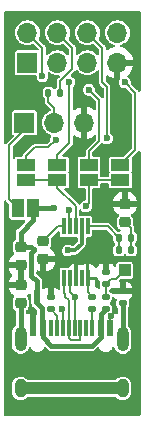
<source format=gbr>
%TF.GenerationSoftware,KiCad,Pcbnew,6.0.11+dfsg-1~bpo11+1*%
%TF.CreationDate,2024-04-18T22:27:08+09:00*%
%TF.ProjectId,pcb-interface,7063622d-696e-4746-9572-666163652e6b,rev?*%
%TF.SameCoordinates,Original*%
%TF.FileFunction,Copper,L1,Top*%
%TF.FilePolarity,Positive*%
%FSLAX46Y46*%
G04 Gerber Fmt 4.6, Leading zero omitted, Abs format (unit mm)*
G04 Created by KiCad (PCBNEW 6.0.11+dfsg-1~bpo11+1) date 2024-04-18 22:27:08*
%MOMM*%
%LPD*%
G01*
G04 APERTURE LIST*
G04 Aperture macros list*
%AMRoundRect*
0 Rectangle with rounded corners*
0 $1 Rounding radius*
0 $2 $3 $4 $5 $6 $7 $8 $9 X,Y pos of 4 corners*
0 Add a 4 corners polygon primitive as box body*
4,1,4,$2,$3,$4,$5,$6,$7,$8,$9,$2,$3,0*
0 Add four circle primitives for the rounded corners*
1,1,$1+$1,$2,$3*
1,1,$1+$1,$4,$5*
1,1,$1+$1,$6,$7*
1,1,$1+$1,$8,$9*
0 Add four rect primitives between the rounded corners*
20,1,$1+$1,$2,$3,$4,$5,0*
20,1,$1+$1,$4,$5,$6,$7,0*
20,1,$1+$1,$6,$7,$8,$9,0*
20,1,$1+$1,$8,$9,$2,$3,0*%
G04 Aperture macros list end*
%TA.AperFunction,SMDPad,CuDef*%
%ADD10R,0.300000X1.400000*%
%TD*%
%TA.AperFunction,SMDPad,CuDef*%
%ADD11RoundRect,0.135000X0.185000X-0.135000X0.185000X0.135000X-0.185000X0.135000X-0.185000X-0.135000X0*%
%TD*%
%TA.AperFunction,SMDPad,CuDef*%
%ADD12R,1.500000X1.000000*%
%TD*%
%TA.AperFunction,SMDPad,CuDef*%
%ADD13RoundRect,0.135000X0.135000X0.185000X-0.135000X0.185000X-0.135000X-0.185000X0.135000X-0.185000X0*%
%TD*%
%TA.AperFunction,SMDPad,CuDef*%
%ADD14RoundRect,0.135000X-0.185000X0.135000X-0.185000X-0.135000X0.185000X-0.135000X0.185000X0.135000X0*%
%TD*%
%TA.AperFunction,SMDPad,CuDef*%
%ADD15C,0.500000*%
%TD*%
%TA.AperFunction,SMDPad,CuDef*%
%ADD16R,1.000000X1.500000*%
%TD*%
%TA.AperFunction,SMDPad,CuDef*%
%ADD17RoundRect,0.218750X-0.256250X0.218750X-0.256250X-0.218750X0.256250X-0.218750X0.256250X0.218750X0*%
%TD*%
%TA.AperFunction,SMDPad,CuDef*%
%ADD18R,0.600000X1.450000*%
%TD*%
%TA.AperFunction,SMDPad,CuDef*%
%ADD19R,0.300000X1.450000*%
%TD*%
%TA.AperFunction,ComponentPad*%
%ADD20O,1.000000X1.600000*%
%TD*%
%TA.AperFunction,ComponentPad*%
%ADD21O,1.000000X2.100000*%
%TD*%
%TA.AperFunction,SMDPad,CuDef*%
%ADD22RoundRect,0.225000X-0.250000X0.225000X-0.250000X-0.225000X0.250000X-0.225000X0.250000X0.225000X0*%
%TD*%
%TA.AperFunction,SMDPad,CuDef*%
%ADD23RoundRect,0.135000X-0.135000X-0.185000X0.135000X-0.185000X0.135000X0.185000X-0.135000X0.185000X0*%
%TD*%
%TA.AperFunction,ComponentPad*%
%ADD24R,1.700000X1.700000*%
%TD*%
%TA.AperFunction,ComponentPad*%
%ADD25O,1.700000X1.700000*%
%TD*%
%TA.AperFunction,SMDPad,CuDef*%
%ADD26R,1.000000X1.000000*%
%TD*%
%TA.AperFunction,ViaPad*%
%ADD27C,0.600000*%
%TD*%
%TA.AperFunction,Conductor*%
%ADD28C,0.150000*%
%TD*%
%TA.AperFunction,Conductor*%
%ADD29C,0.450000*%
%TD*%
%TA.AperFunction,Conductor*%
%ADD30C,1.000000*%
%TD*%
%TA.AperFunction,Conductor*%
%ADD31C,0.300000*%
%TD*%
%TA.AperFunction,Conductor*%
%ADD32C,0.200000*%
%TD*%
G04 APERTURE END LIST*
%TO.C,NT1*%
G36*
X72411400Y-112920500D02*
G01*
X71911400Y-112920500D01*
X71911400Y-111920500D01*
X72411400Y-111920500D01*
X72411400Y-112920500D01*
G37*
%TD*%
D10*
%TO.P,U1,1,UD+*%
%TO.N,/USB_D+*%
X74463400Y-110835900D03*
%TO.P,U1,2,UD-*%
%TO.N,/USB_D-*%
X74963400Y-110835900D03*
%TO.P,U1,3,GND*%
%TO.N,GND*%
X75463400Y-110835900D03*
%TO.P,U1,4,~{RTS}*%
%TO.N,unconnected-(U1-Pad4)*%
X75963400Y-110835900D03*
%TO.P,U1,5,~{CTS}*%
%TO.N,GND*%
X76463400Y-110835900D03*
%TO.P,U1,6,TNOW*%
%TO.N,Net-(R6-Pad1)*%
X76463400Y-106435900D03*
%TO.P,U1,7,VCC*%
%TO.N,VSYS*%
X75963400Y-106435900D03*
%TO.P,U1,8,TXD*%
%TO.N,/USB_UART_TX*%
X75463400Y-106435900D03*
%TO.P,U1,9,RXD*%
%TO.N,/USB_UART_RX*%
X74963400Y-106435900D03*
%TO.P,U1,10,V3*%
%TO.N,Net-(C2-Pad1)*%
X74463400Y-106435900D03*
%TD*%
D11*
%TO.P,R3,1*%
%TO.N,Net-(C1-Pad2)*%
X79425800Y-112928500D03*
%TO.P,R3,2*%
%TO.N,GND*%
X79425800Y-111908500D03*
%TD*%
D12*
%TO.P,JP5,1,A*%
%TO.N,/USB_UART_TX*%
X71247000Y-102519000D03*
%TO.P,JP5,2,B*%
%TO.N,/PIN_PA2*%
X71247000Y-101219000D03*
%TD*%
D13*
%TO.P,R7,1*%
%TO.N,Net-(D1-Pad2)*%
X80141000Y-108458100D03*
%TO.P,R7,2*%
%TO.N,Net-(R6-Pad1)*%
X79121000Y-108458100D03*
%TD*%
D14*
%TO.P,R1,1*%
%TO.N,GND*%
X73329800Y-112393100D03*
%TO.P,R1,2*%
%TO.N,Net-(R1-Pad2)*%
X73329800Y-113413100D03*
%TD*%
D15*
%TO.P,NT1,1,1*%
%TO.N,/VBUS*%
X72161400Y-112920500D03*
%TO.P,NT1,2,2*%
%TO.N,VSYS*%
X72161400Y-111920500D03*
%TD*%
D16*
%TO.P,JP1,1,A*%
%TO.N,VSYS*%
X71846200Y-104902000D03*
%TO.P,JP1,2,B*%
%TO.N,Net-(J1-Pad1)*%
X70546200Y-104902000D03*
%TD*%
D12*
%TO.P,JP3,1,A*%
%TO.N,/USB_UART_TX*%
X73914000Y-102519000D03*
%TO.P,JP3,2,B*%
%TO.N,/PIN_PA7*%
X73914000Y-101219000D03*
%TD*%
D17*
%TO.P,D1,1,K*%
%TO.N,GND*%
X79629000Y-104495500D03*
%TO.P,D1,2,A*%
%TO.N,Net-(D1-Pad2)*%
X79629000Y-106070500D03*
%TD*%
D18*
%TO.P,USB1,1,GND*%
%TO.N,GND*%
X71882800Y-115058900D03*
%TO.P,USB1,2,VBUS*%
%TO.N,/VBUS*%
X72657800Y-115058900D03*
D19*
%TO.P,USB1,3,SBU2*%
%TO.N,unconnected-(USB1-Pad3)*%
X73357800Y-115058900D03*
%TO.P,USB1,4,CC1*%
%TO.N,Net-(R1-Pad2)*%
X73857800Y-115058900D03*
%TO.P,USB1,5,DN2*%
%TO.N,/USB_D-*%
X74357800Y-115058900D03*
%TO.P,USB1,6,DP1*%
%TO.N,/USB_D+*%
X74857800Y-115058900D03*
%TO.P,USB1,7,DN1*%
%TO.N,/USB_D-*%
X75357800Y-115058900D03*
%TO.P,USB1,8,DP2*%
%TO.N,/USB_D+*%
X75857800Y-115058900D03*
%TO.P,USB1,9,SBU1*%
%TO.N,unconnected-(USB1-Pad9)*%
X76357800Y-115058900D03*
%TO.P,USB1,10,CC2*%
%TO.N,Net-(R2-Pad2)*%
X76857800Y-115058900D03*
D18*
%TO.P,USB1,11,VBUS*%
%TO.N,/VBUS*%
X77557800Y-115058900D03*
%TO.P,USB1,12,GND*%
%TO.N,GND*%
X78332800Y-115058900D03*
D20*
%TO.P,USB1,13,SHIELD*%
%TO.N,Net-(C1-Pad2)*%
X79427800Y-120153900D03*
D21*
X70787800Y-115973900D03*
D20*
X70787800Y-120153900D03*
D21*
X79427800Y-115973900D03*
%TD*%
D22*
%TO.P,C2,1*%
%TO.N,Net-(C2-Pad1)*%
X72720200Y-107683100D03*
%TO.P,C2,2*%
%TO.N,GND*%
X72720200Y-109233100D03*
%TD*%
D23*
%TO.P,R6,1*%
%TO.N,Net-(R6-Pad1)*%
X79121000Y-107391300D03*
%TO.P,R6,2*%
%TO.N,Net-(D1-Pad2)*%
X80141000Y-107391300D03*
%TD*%
D14*
%TO.P,R2,1*%
%TO.N,GND*%
X76860400Y-112391100D03*
%TO.P,R2,2*%
%TO.N,Net-(R2-Pad2)*%
X76860400Y-113411100D03*
%TD*%
D11*
%TO.P,R5,1*%
%TO.N,/VBUS*%
X78003400Y-113411100D03*
%TO.P,R5,2*%
%TO.N,/VBUS_SENSE*%
X78003400Y-112391100D03*
%TD*%
D22*
%TO.P,C4,1*%
%TO.N,VSYS*%
X70789800Y-108191100D03*
%TO.P,C4,2*%
%TO.N,GND*%
X70789800Y-109741100D03*
%TD*%
D12*
%TO.P,JP2,1,A*%
%TO.N,/USB_UART_RX*%
X76581000Y-102519000D03*
%TO.P,JP2,2,B*%
%TO.N,/PIN_PA6*%
X76581000Y-101219000D03*
%TD*%
%TO.P,JP4,1,A*%
%TO.N,/USB_UART_RX*%
X79248000Y-102519000D03*
%TO.P,JP4,2,B*%
%TO.N,/PIN_PA1*%
X79248000Y-101219000D03*
%TD*%
D24*
%TO.P,J1,1,Pin_1*%
%TO.N,Net-(J1-Pad1)*%
X71120000Y-97663000D03*
D25*
%TO.P,J1,2,Pin_2*%
%TO.N,Net-(J1-Pad2)*%
X73660000Y-97663000D03*
%TO.P,J1,3,Pin_3*%
%TO.N,GND*%
X76200000Y-97663000D03*
%TD*%
D22*
%TO.P,C1,1*%
%TO.N,GND*%
X70789800Y-111378500D03*
%TO.P,C1,2*%
%TO.N,Net-(C1-Pad2)*%
X70789800Y-112928500D03*
%TD*%
D23*
%TO.P,R8,1*%
%TO.N,Net-(J1-Pad2)*%
X73150000Y-95123000D03*
%TO.P,R8,2*%
%TO.N,/PIN_PA0*%
X74170000Y-95123000D03*
%TD*%
D11*
%TO.P,R4,1*%
%TO.N,/VBUS_SENSE*%
X78003400Y-111328300D03*
%TO.P,R4,2*%
%TO.N,GND*%
X78003400Y-110308300D03*
%TD*%
D26*
%TO.P,TP1,1,1*%
%TO.N,/VBUS_SENSE*%
X79603600Y-110159800D03*
%TD*%
D24*
%TO.P,J5,1,Pin_1*%
%TO.N,VSYS*%
X71374000Y-92583000D03*
D25*
%TO.P,J5,2,Pin_2*%
%TO.N,/PIN_PA6*%
X71374000Y-90043000D03*
%TO.P,J5,3,Pin_3*%
%TO.N,/PIN_PA7*%
X73914000Y-92583000D03*
%TO.P,J5,4,Pin_4*%
%TO.N,/PIN_PA0*%
X73914000Y-90043000D03*
%TO.P,J5,5,Pin_5*%
%TO.N,/PIN_PA1*%
X76454000Y-92583000D03*
%TO.P,J5,6,Pin_6*%
%TO.N,/PIN_PA2*%
X76454000Y-90043000D03*
%TO.P,J5,7,Pin_7*%
%TO.N,GND*%
X78994000Y-92583000D03*
%TO.P,J5,8,Pin_8*%
%TO.N,unconnected-(J5-Pad8)*%
X78994000Y-90043000D03*
%TD*%
D27*
%TO.N,GND*%
X71932800Y-113741200D03*
X77876400Y-105537000D03*
X78478300Y-114053642D03*
X73304400Y-110921800D03*
%TO.N,VSYS*%
X71920050Y-108470750D03*
X73620500Y-104902000D03*
X74790350Y-108470750D03*
%TO.N,/PIN_PA1*%
X79629000Y-94234000D03*
%TO.N,/PIN_PA2*%
X78105000Y-98983800D03*
X73787000Y-99110800D03*
%TO.N,/PIN_PA7*%
X74930000Y-94234000D03*
%TO.N,/PIN_PA6*%
X72644000Y-93726000D03*
X76581000Y-94869000D03*
%TO.N,/USB_UART_RX*%
X74888900Y-105016133D03*
X76327000Y-104724200D03*
%TO.N,/USB_D-*%
X75377556Y-112405144D03*
X74258300Y-113436500D03*
%TD*%
D28*
%TO.N,GND*%
X76463400Y-111994100D02*
X76860400Y-112391100D01*
X78332800Y-114199142D02*
X78478300Y-114053642D01*
X78332800Y-115058900D02*
X78332800Y-114199142D01*
X76463400Y-110835900D02*
X76463400Y-111994100D01*
X71882800Y-115058900D02*
X71882800Y-113791200D01*
X71882800Y-113791200D02*
X71932800Y-113741200D01*
D29*
%TO.N,Net-(C1-Pad2)*%
X79427800Y-112930500D02*
X79427800Y-115973900D01*
D30*
X79427800Y-120153900D02*
X70787800Y-120153900D01*
D29*
X70787800Y-115973900D02*
X70787800Y-112930500D01*
D28*
%TO.N,Net-(C2-Pad1)*%
X73967400Y-106435900D02*
X72720200Y-107683100D01*
X74463400Y-106435900D02*
X73967400Y-106435900D01*
D29*
%TO.N,VSYS*%
X71846200Y-104902000D02*
X71846200Y-105928400D01*
X70789800Y-108191100D02*
X71640400Y-108191100D01*
X71704200Y-110591600D02*
X71704200Y-108686600D01*
X72161400Y-111048800D02*
X71704200Y-110591600D01*
X72161400Y-111920500D02*
X72161400Y-111048800D01*
X70789800Y-106984800D02*
X70789800Y-108191100D01*
X73620500Y-104902000D02*
X71846200Y-104902000D01*
D31*
X75963400Y-107881800D02*
X75374450Y-108470750D01*
D29*
X71704200Y-108686600D02*
X71920050Y-108470750D01*
X71640400Y-108191100D02*
X71920050Y-108470750D01*
D31*
X75374450Y-108470750D02*
X74790350Y-108470750D01*
D29*
X71846200Y-105928400D02*
X70789800Y-106984800D01*
D31*
X75963400Y-106435900D02*
X75963400Y-107881800D01*
D28*
%TO.N,Net-(D1-Pad2)*%
X80141000Y-106582500D02*
X79629000Y-106070500D01*
X80141000Y-107391300D02*
X80141000Y-106582500D01*
X80141000Y-108458100D02*
X80141000Y-107391300D01*
%TO.N,Net-(J1-Pad1)*%
X69850000Y-99568000D02*
X71120000Y-98298000D01*
X69850000Y-104140000D02*
X69850000Y-99568000D01*
X70546200Y-104836200D02*
X69850000Y-104140000D01*
%TO.N,Net-(J1-Pad2)*%
X73660000Y-96394000D02*
X73660000Y-97663000D01*
X73150000Y-95123000D02*
X73150000Y-95884000D01*
X73150000Y-95884000D02*
X73660000Y-96394000D01*
%TO.N,/PIN_PA0*%
X74170000Y-94105000D02*
X74170000Y-95123000D01*
X75184000Y-91313000D02*
X75184000Y-93091000D01*
X75184000Y-93091000D02*
X74170000Y-94105000D01*
X73914000Y-90043000D02*
X75184000Y-91313000D01*
%TO.N,/PIN_PA1*%
X79629000Y-94234000D02*
X80518000Y-95123000D01*
X80518000Y-99949000D02*
X79248000Y-101219000D01*
X80518000Y-99949000D02*
X80518000Y-95123000D01*
%TO.N,/PIN_PA2*%
X77724000Y-91313000D02*
X76454000Y-90043000D01*
X78105000Y-94615000D02*
X77724000Y-94234000D01*
X73787000Y-99110800D02*
X73152000Y-99745800D01*
X77724000Y-94234000D02*
X77724000Y-91313000D01*
X78105000Y-98983800D02*
X78105000Y-94615000D01*
X71247000Y-100507800D02*
X71247000Y-101219000D01*
X73152000Y-99745800D02*
X72009000Y-99745800D01*
X72009000Y-99745800D02*
X71247000Y-100507800D01*
%TO.N,/PIN_PA7*%
X74930000Y-99364800D02*
X74930000Y-94234000D01*
X73914000Y-100380800D02*
X73914000Y-101219000D01*
X74930000Y-99364800D02*
X73914000Y-100380800D01*
%TO.N,/PIN_PA6*%
X72644000Y-93726000D02*
X72644000Y-91313000D01*
X77470000Y-95758000D02*
X76581000Y-94869000D01*
X76581000Y-100076000D02*
X77470000Y-99187000D01*
X76581000Y-101219000D02*
X76581000Y-100076000D01*
X72644000Y-91313000D02*
X71374000Y-90043000D01*
X77470000Y-99187000D02*
X77470000Y-95758000D01*
%TO.N,/USB_UART_RX*%
X76581000Y-104470200D02*
X76327000Y-104724200D01*
X76581000Y-102519000D02*
X76581000Y-104470200D01*
X79248000Y-102519000D02*
X76581000Y-102519000D01*
X74888900Y-105016133D02*
X74888900Y-106361400D01*
%TO.N,/USB_UART_TX*%
X73914000Y-103174800D02*
X75463400Y-104724200D01*
X71247000Y-102519000D02*
X73914000Y-102519000D01*
X75463400Y-104724200D02*
X75463400Y-106435900D01*
X73914000Y-102519000D02*
X73914000Y-103174800D01*
D29*
%TO.N,/VBUS*%
X72607800Y-113366900D02*
X72161400Y-112920500D01*
X77557800Y-113856700D02*
X78003400Y-113411100D01*
X72607800Y-115008900D02*
X72607800Y-113366900D01*
X76809600Y-116560600D02*
X73405873Y-116560600D01*
X77557800Y-115812400D02*
X76809600Y-116560600D01*
X77557800Y-115058900D02*
X77557800Y-115812400D01*
X72657800Y-115812527D02*
X72657800Y-115058900D01*
X73405873Y-116560600D02*
X72657800Y-115812527D01*
X77557800Y-115058900D02*
X77557800Y-113856700D01*
D28*
%TO.N,Net-(R1-Pad2)*%
X73329800Y-113461900D02*
X73857800Y-113989900D01*
X73857800Y-113989900D02*
X73857800Y-115058900D01*
%TO.N,Net-(R2-Pad2)*%
X76857800Y-113413700D02*
X76857800Y-115058900D01*
%TO.N,/VBUS_SENSE*%
X78409800Y-110921900D02*
X78003400Y-111328300D01*
X78003400Y-111328300D02*
X78003400Y-112391100D01*
X79603600Y-110159800D02*
X78841500Y-110921900D01*
X78841500Y-110921900D02*
X78409800Y-110921900D01*
D32*
%TO.N,/USB_D+*%
X74857800Y-115874100D02*
X74857800Y-115058900D01*
X74857800Y-115058900D02*
X74857800Y-112703900D01*
X75857800Y-115058900D02*
X75857800Y-116033900D01*
X74563400Y-112180900D02*
X74463400Y-112080900D01*
X75807800Y-116083900D02*
X75067600Y-116083900D01*
X74857800Y-112703900D02*
X74563400Y-112409500D01*
X75857800Y-116033900D02*
X75807800Y-116083900D01*
X75067600Y-116083900D02*
X74857800Y-115874100D01*
X74563400Y-112409500D02*
X74563400Y-112180900D01*
X74463400Y-112080900D02*
X74463400Y-110835900D01*
%TO.N,/USB_D-*%
X74963400Y-110835900D02*
X74963400Y-112022100D01*
X74357800Y-115058900D02*
X74357800Y-113536000D01*
X75357800Y-112416500D02*
X75357800Y-115058900D01*
X74357800Y-113536000D02*
X74258300Y-113436500D01*
X74963400Y-112022100D02*
X75357800Y-112416500D01*
D28*
%TO.N,Net-(R6-Pad1)*%
X78165600Y-106435900D02*
X79121000Y-107391300D01*
X76463400Y-106435900D02*
X78165600Y-106435900D01*
X79121000Y-107391300D02*
X79121000Y-108458100D01*
%TD*%
%TA.AperFunction,Conductor*%
%TO.N,GND*%
G36*
X80931246Y-100059680D02*
G01*
X80952500Y-100120971D01*
X80952500Y-122382500D01*
X80933593Y-122440691D01*
X80884093Y-122476655D01*
X80853500Y-122481500D01*
X69514500Y-122481500D01*
X69456309Y-122462593D01*
X69420345Y-122413093D01*
X69415500Y-122382500D01*
X69415500Y-120235005D01*
X70086831Y-120235005D01*
X70087181Y-120236461D01*
X70087300Y-120238529D01*
X70087300Y-120496416D01*
X70102524Y-120622220D01*
X70162455Y-120780823D01*
X70258488Y-120920551D01*
X70385079Y-121033340D01*
X70534919Y-121112676D01*
X70617139Y-121133328D01*
X70693569Y-121152527D01*
X70693572Y-121152527D01*
X70699359Y-121153981D01*
X70784959Y-121154429D01*
X70862939Y-121154838D01*
X70862941Y-121154838D01*
X70868905Y-121154869D01*
X70874701Y-121153477D01*
X70874705Y-121153477D01*
X70982097Y-121127693D01*
X71033768Y-121115288D01*
X71109100Y-121076406D01*
X71179125Y-121040264D01*
X71179127Y-121040262D01*
X71184431Y-121037525D01*
X71312196Y-120926069D01*
X71315623Y-120921192D01*
X71315630Y-120921185D01*
X71332997Y-120896474D01*
X71381926Y-120859737D01*
X71413993Y-120854400D01*
X78800937Y-120854400D01*
X78859128Y-120873307D01*
X78882525Y-120897325D01*
X78898488Y-120920551D01*
X78902941Y-120924518D01*
X78902944Y-120924522D01*
X78976223Y-120989811D01*
X79025079Y-121033340D01*
X79174919Y-121112676D01*
X79257139Y-121133328D01*
X79333569Y-121152527D01*
X79333572Y-121152527D01*
X79339359Y-121153981D01*
X79424959Y-121154429D01*
X79502939Y-121154838D01*
X79502941Y-121154838D01*
X79508905Y-121154869D01*
X79514701Y-121153477D01*
X79514705Y-121153477D01*
X79622097Y-121127693D01*
X79673768Y-121115288D01*
X79749100Y-121076406D01*
X79819125Y-121040264D01*
X79819127Y-121040262D01*
X79824431Y-121037525D01*
X79952196Y-120926069D01*
X80049687Y-120787353D01*
X80111276Y-120629387D01*
X80128300Y-120500074D01*
X80128300Y-120162669D01*
X80128301Y-120162150D01*
X80128747Y-120077015D01*
X80128747Y-120077013D01*
X80128769Y-120072795D01*
X80128419Y-120071339D01*
X80128300Y-120069271D01*
X80128300Y-119811384D01*
X80113076Y-119685580D01*
X80053145Y-119526977D01*
X79957112Y-119387249D01*
X79830521Y-119274460D01*
X79680681Y-119195124D01*
X79598461Y-119174472D01*
X79522031Y-119155273D01*
X79522028Y-119155273D01*
X79516241Y-119153819D01*
X79430641Y-119153371D01*
X79352661Y-119152962D01*
X79352659Y-119152962D01*
X79346695Y-119152931D01*
X79340899Y-119154323D01*
X79340895Y-119154323D01*
X79233503Y-119180107D01*
X79181832Y-119192512D01*
X79106501Y-119231393D01*
X79036475Y-119267536D01*
X79036473Y-119267538D01*
X79031169Y-119270275D01*
X78903404Y-119381731D01*
X78899977Y-119386608D01*
X78899970Y-119386615D01*
X78882603Y-119411326D01*
X78833674Y-119448063D01*
X78801607Y-119453400D01*
X71414663Y-119453400D01*
X71356472Y-119434493D01*
X71333075Y-119410475D01*
X71320493Y-119392168D01*
X71320492Y-119392167D01*
X71317112Y-119387249D01*
X71312659Y-119383282D01*
X71312656Y-119383278D01*
X71239377Y-119317989D01*
X71190521Y-119274460D01*
X71040681Y-119195124D01*
X70958461Y-119174472D01*
X70882031Y-119155273D01*
X70882028Y-119155273D01*
X70876241Y-119153819D01*
X70790641Y-119153371D01*
X70712661Y-119152962D01*
X70712659Y-119152962D01*
X70706695Y-119152931D01*
X70700899Y-119154323D01*
X70700895Y-119154323D01*
X70593503Y-119180107D01*
X70541832Y-119192512D01*
X70466501Y-119231393D01*
X70396475Y-119267536D01*
X70396473Y-119267538D01*
X70391169Y-119270275D01*
X70263404Y-119381731D01*
X70165913Y-119520447D01*
X70104324Y-119678413D01*
X70087300Y-119807726D01*
X70087300Y-120145131D01*
X70087299Y-120145650D01*
X70086831Y-120235005D01*
X69415500Y-120235005D01*
X69415500Y-111108820D01*
X69806800Y-111108820D01*
X69810922Y-111121505D01*
X69815043Y-111124500D01*
X70520120Y-111124500D01*
X70532805Y-111120378D01*
X70535800Y-111116257D01*
X70535800Y-110010780D01*
X70531678Y-109998095D01*
X70527557Y-109995100D01*
X69822480Y-109995100D01*
X69809795Y-109999222D01*
X69806800Y-110003343D01*
X69806800Y-110012235D01*
X69807065Y-110017362D01*
X69816847Y-110111625D01*
X69819120Y-110122154D01*
X69869679Y-110273700D01*
X69874526Y-110284047D01*
X69958416Y-110419612D01*
X69965511Y-110428563D01*
X70026781Y-110489726D01*
X70054607Y-110544219D01*
X70045088Y-110604659D01*
X70026903Y-110629734D01*
X69964705Y-110692040D01*
X69957626Y-110701003D01*
X69873970Y-110836718D01*
X69869144Y-110847068D01*
X69818844Y-110998717D01*
X69816592Y-111009223D01*
X69807059Y-111102271D01*
X69806800Y-111107330D01*
X69806800Y-111108820D01*
X69415500Y-111108820D01*
X69415500Y-104311970D01*
X69434407Y-104253779D01*
X69483907Y-104217815D01*
X69545093Y-104217815D01*
X69596814Y-104256968D01*
X69651376Y-104338624D01*
X69659486Y-104344043D01*
X69666267Y-104348574D01*
X69681269Y-104360885D01*
X69816704Y-104496320D01*
X69844481Y-104550837D01*
X69845700Y-104566324D01*
X69845700Y-105671748D01*
X69846648Y-105676512D01*
X69854533Y-105716152D01*
X69857333Y-105730231D01*
X69901648Y-105796552D01*
X69967969Y-105840867D01*
X69977532Y-105842769D01*
X69977534Y-105842770D01*
X70000205Y-105847279D01*
X70026452Y-105852500D01*
X71065948Y-105852500D01*
X71070714Y-105851552D01*
X71073324Y-105851295D01*
X71133088Y-105864408D01*
X71173730Y-105910145D01*
X71179727Y-105971035D01*
X71153031Y-106019822D01*
X70536580Y-106636272D01*
X70441272Y-106731580D01*
X70429412Y-106754856D01*
X70421306Y-106768085D01*
X70405951Y-106789219D01*
X70400011Y-106807500D01*
X70397882Y-106814053D01*
X70391940Y-106828398D01*
X70380081Y-106851674D01*
X70378862Y-106859370D01*
X70375996Y-106877465D01*
X70372370Y-106892567D01*
X70366707Y-106909996D01*
X70366706Y-106910002D01*
X70364300Y-106917407D01*
X70364300Y-107517304D01*
X70345393Y-107575495D01*
X70310245Y-107605514D01*
X70293519Y-107614036D01*
X70293517Y-107614037D01*
X70286580Y-107617572D01*
X70191272Y-107712880D01*
X70187737Y-107719817D01*
X70187736Y-107719819D01*
X70140855Y-107811829D01*
X70130081Y-107832974D01*
X70128862Y-107840668D01*
X70128862Y-107840669D01*
X70115294Y-107926336D01*
X70114300Y-107932612D01*
X70114300Y-108449588D01*
X70130081Y-108549226D01*
X70191272Y-108669320D01*
X70226683Y-108704731D01*
X70254460Y-108759248D01*
X70244889Y-108819680D01*
X70208774Y-108858920D01*
X70086288Y-108934717D01*
X70077337Y-108941811D01*
X69964705Y-109054639D01*
X69957626Y-109063603D01*
X69873970Y-109199318D01*
X69869144Y-109209668D01*
X69818844Y-109361317D01*
X69816592Y-109371823D01*
X69807059Y-109464871D01*
X69806800Y-109469930D01*
X69806800Y-109471420D01*
X69810922Y-109484105D01*
X69815043Y-109487100D01*
X70944800Y-109487100D01*
X71002991Y-109506007D01*
X71038955Y-109555507D01*
X71043800Y-109586100D01*
X71043800Y-111533500D01*
X71024893Y-111591691D01*
X70975393Y-111627655D01*
X70944800Y-111632500D01*
X69822480Y-111632500D01*
X69809795Y-111636622D01*
X69806800Y-111640743D01*
X69806800Y-111649635D01*
X69807065Y-111654762D01*
X69816847Y-111749025D01*
X69819120Y-111759554D01*
X69869679Y-111911100D01*
X69874526Y-111921447D01*
X69958416Y-112057012D01*
X69965511Y-112065963D01*
X70078339Y-112178595D01*
X70087303Y-112185674D01*
X70208708Y-112260508D01*
X70248323Y-112307138D01*
X70252964Y-112368147D01*
X70226764Y-112414788D01*
X70191272Y-112450280D01*
X70187737Y-112457217D01*
X70187736Y-112457219D01*
X70133617Y-112563434D01*
X70130081Y-112570374D01*
X70128862Y-112578068D01*
X70128862Y-112578069D01*
X70128154Y-112582539D01*
X70114300Y-112670012D01*
X70114300Y-113186988D01*
X70114909Y-113190832D01*
X70114909Y-113190834D01*
X70127523Y-113270473D01*
X70130081Y-113286626D01*
X70133617Y-113293565D01*
X70133617Y-113293566D01*
X70153090Y-113331783D01*
X70191272Y-113406720D01*
X70286580Y-113502028D01*
X70293520Y-113505564D01*
X70293524Y-113505567D01*
X70308245Y-113513068D01*
X70351510Y-113556332D01*
X70362300Y-113601277D01*
X70362300Y-114820446D01*
X70343393Y-114878637D01*
X70328380Y-114895049D01*
X70263404Y-114951731D01*
X70165913Y-115090447D01*
X70104324Y-115248413D01*
X70087300Y-115377726D01*
X70087300Y-116566416D01*
X70090074Y-116589343D01*
X70099758Y-116669359D01*
X70102524Y-116692220D01*
X70162455Y-116850823D01*
X70165835Y-116855740D01*
X70165836Y-116855743D01*
X70223656Y-116939871D01*
X70258488Y-116990551D01*
X70385079Y-117103340D01*
X70534919Y-117182676D01*
X70617139Y-117203329D01*
X70693569Y-117222527D01*
X70693572Y-117222527D01*
X70699359Y-117223981D01*
X70784959Y-117224429D01*
X70862939Y-117224838D01*
X70862941Y-117224838D01*
X70868905Y-117224869D01*
X70874701Y-117223477D01*
X70874705Y-117223477D01*
X70982097Y-117197693D01*
X71033768Y-117185288D01*
X71109100Y-117146406D01*
X71179125Y-117110264D01*
X71179127Y-117110262D01*
X71184431Y-117107525D01*
X71312196Y-116996069D01*
X71327423Y-116974404D01*
X71406256Y-116862235D01*
X71406256Y-116862234D01*
X71409687Y-116857353D01*
X71471276Y-116699387D01*
X71472391Y-116690918D01*
X71473083Y-116689468D01*
X71473540Y-116687687D01*
X71473889Y-116687777D01*
X71498732Y-116635693D01*
X71552503Y-116606498D01*
X71613165Y-116614484D01*
X71657547Y-116656602D01*
X71662008Y-116665954D01*
X71712619Y-116788140D01*
X71712621Y-116788144D01*
X71715102Y-116794133D01*
X71719048Y-116799275D01*
X71719050Y-116799279D01*
X71799115Y-116903620D01*
X71807349Y-116914351D01*
X71812498Y-116918302D01*
X71922421Y-117002650D01*
X71922425Y-117002652D01*
X71927567Y-117006598D01*
X71933556Y-117009079D01*
X71933560Y-117009081D01*
X72061567Y-117062103D01*
X72067564Y-117064587D01*
X72180080Y-117079400D01*
X72255520Y-117079400D01*
X72368036Y-117064587D01*
X72374033Y-117062103D01*
X72502040Y-117009081D01*
X72502044Y-117009079D01*
X72508033Y-117006598D01*
X72513175Y-117002652D01*
X72513179Y-117002650D01*
X72623102Y-116918302D01*
X72628251Y-116914351D01*
X72636485Y-116903620D01*
X72716550Y-116799279D01*
X72716552Y-116799275D01*
X72720498Y-116794133D01*
X72756692Y-116706753D01*
X72796429Y-116660228D01*
X72855923Y-116645944D01*
X72912451Y-116669359D01*
X72918160Y-116674635D01*
X73152653Y-116909128D01*
X73175929Y-116920988D01*
X73189158Y-116929094D01*
X73210292Y-116944449D01*
X73235129Y-116952519D01*
X73249471Y-116958460D01*
X73272747Y-116970319D01*
X73280443Y-116971538D01*
X73298538Y-116974404D01*
X73313640Y-116978030D01*
X73331069Y-116983693D01*
X73331075Y-116983694D01*
X73338480Y-116986100D01*
X76876993Y-116986100D01*
X76884398Y-116983694D01*
X76884404Y-116983693D01*
X76901833Y-116978030D01*
X76916935Y-116974404D01*
X76935030Y-116971538D01*
X76942726Y-116970319D01*
X76966002Y-116958460D01*
X76980344Y-116952519D01*
X77005181Y-116944449D01*
X77026315Y-116929094D01*
X77039544Y-116920988D01*
X77062820Y-116909128D01*
X77297403Y-116674545D01*
X77351920Y-116646768D01*
X77412352Y-116656339D01*
X77455617Y-116699604D01*
X77458870Y-116706663D01*
X77495102Y-116794133D01*
X77499048Y-116799275D01*
X77499050Y-116799279D01*
X77579115Y-116903620D01*
X77587349Y-116914351D01*
X77592498Y-116918302D01*
X77702421Y-117002650D01*
X77702425Y-117002652D01*
X77707567Y-117006598D01*
X77713556Y-117009079D01*
X77713560Y-117009081D01*
X77841567Y-117062103D01*
X77847564Y-117064587D01*
X77960080Y-117079400D01*
X78035520Y-117079400D01*
X78148036Y-117064587D01*
X78154033Y-117062103D01*
X78282040Y-117009081D01*
X78282044Y-117009079D01*
X78288033Y-117006598D01*
X78293175Y-117002652D01*
X78293179Y-117002650D01*
X78403102Y-116918302D01*
X78408251Y-116914351D01*
X78416485Y-116903620D01*
X78496550Y-116799279D01*
X78496552Y-116799275D01*
X78500498Y-116794133D01*
X78502979Y-116788144D01*
X78502981Y-116788140D01*
X78553038Y-116667291D01*
X78592775Y-116620766D01*
X78652270Y-116606482D01*
X78708798Y-116629897D01*
X78740644Y-116681561D01*
X78741807Y-116686297D01*
X78742524Y-116692220D01*
X78744633Y-116697800D01*
X78744633Y-116697802D01*
X78772489Y-116771521D01*
X78802455Y-116850823D01*
X78805835Y-116855740D01*
X78805836Y-116855743D01*
X78863656Y-116939871D01*
X78898488Y-116990551D01*
X79025079Y-117103340D01*
X79174919Y-117182676D01*
X79257139Y-117203329D01*
X79333569Y-117222527D01*
X79333572Y-117222527D01*
X79339359Y-117223981D01*
X79424959Y-117224429D01*
X79502939Y-117224838D01*
X79502941Y-117224838D01*
X79508905Y-117224869D01*
X79514701Y-117223477D01*
X79514705Y-117223477D01*
X79622097Y-117197693D01*
X79673768Y-117185288D01*
X79749100Y-117146406D01*
X79819125Y-117110264D01*
X79819127Y-117110262D01*
X79824431Y-117107525D01*
X79952196Y-116996069D01*
X79967423Y-116974404D01*
X80046256Y-116862235D01*
X80046256Y-116862234D01*
X80049687Y-116857353D01*
X80111276Y-116699387D01*
X80112805Y-116687777D01*
X80127877Y-116573287D01*
X80128300Y-116570074D01*
X80128300Y-115381384D01*
X80119426Y-115308055D01*
X80113793Y-115261502D01*
X80113792Y-115261499D01*
X80113076Y-115255580D01*
X80053145Y-115096977D01*
X79957112Y-114957249D01*
X79886442Y-114894283D01*
X79855572Y-114841457D01*
X79853300Y-114820367D01*
X79853300Y-113336477D01*
X79872207Y-113278286D01*
X79882296Y-113266473D01*
X79889865Y-113258904D01*
X79898669Y-113240025D01*
X79936665Y-113158542D01*
X79936665Y-113158541D01*
X79939868Y-113151673D01*
X79946300Y-113102816D01*
X79946300Y-112754184D01*
X79939868Y-112705327D01*
X79936669Y-112698468D01*
X79934548Y-112691189D01*
X79936549Y-112690606D01*
X79930361Y-112640193D01*
X79960026Y-112586680D01*
X79977146Y-112573874D01*
X80002667Y-112558781D01*
X80012436Y-112551204D01*
X80118504Y-112445136D01*
X80126081Y-112435367D01*
X80202435Y-112306259D01*
X80207345Y-112294914D01*
X80241440Y-112177557D01*
X80241065Y-112165617D01*
X80230933Y-112162500D01*
X78621464Y-112162500D01*
X78612252Y-112165493D01*
X78551067Y-112165492D01*
X78501568Y-112129528D01*
X78491943Y-112113189D01*
X78467465Y-112060696D01*
X78383804Y-111977035D01*
X78375956Y-111973375D01*
X78375954Y-111973374D01*
X78336060Y-111954771D01*
X78291312Y-111913042D01*
X78278900Y-111865047D01*
X78278900Y-111854353D01*
X78297807Y-111796162D01*
X78336060Y-111764629D01*
X78375954Y-111746026D01*
X78375956Y-111746025D01*
X78383804Y-111742365D01*
X78467465Y-111658704D01*
X78469012Y-111660251D01*
X78508420Y-111630551D01*
X78569596Y-111629480D01*
X78593952Y-111646281D01*
X78620667Y-111654500D01*
X79156120Y-111654500D01*
X79168805Y-111650378D01*
X79171800Y-111646257D01*
X79171800Y-111638820D01*
X79679800Y-111638820D01*
X79683922Y-111651505D01*
X79688043Y-111654500D01*
X80230135Y-111654500D01*
X80241496Y-111650809D01*
X80241662Y-111640207D01*
X80207345Y-111522086D01*
X80202435Y-111510741D01*
X80126081Y-111381633D01*
X80118504Y-111371864D01*
X80012436Y-111265796D01*
X80002667Y-111258219D01*
X79873559Y-111181865D01*
X79862214Y-111176955D01*
X79717046Y-111134780D01*
X79707144Y-111132971D01*
X79695431Y-111132049D01*
X79682461Y-111135163D01*
X79680394Y-111137583D01*
X79679800Y-111140571D01*
X79679800Y-111638820D01*
X79171800Y-111638820D01*
X79171800Y-111146499D01*
X79164706Y-111124666D01*
X79139496Y-111089968D01*
X79139495Y-111028782D01*
X79163646Y-110989370D01*
X79263720Y-110889296D01*
X79318237Y-110861519D01*
X79333724Y-110860300D01*
X80123348Y-110860300D01*
X80158947Y-110853219D01*
X80172266Y-110850570D01*
X80172268Y-110850569D01*
X80181831Y-110848667D01*
X80248152Y-110804352D01*
X80292467Y-110738031D01*
X80304100Y-110679548D01*
X80304100Y-109640052D01*
X80292467Y-109581569D01*
X80248152Y-109515248D01*
X80181831Y-109470933D01*
X80172268Y-109469031D01*
X80172266Y-109469030D01*
X80149595Y-109464521D01*
X80123348Y-109459300D01*
X79083852Y-109459300D01*
X79057605Y-109464521D01*
X79034934Y-109469030D01*
X79034932Y-109469031D01*
X79025369Y-109470933D01*
X78959048Y-109515248D01*
X78914733Y-109581569D01*
X78903100Y-109640052D01*
X78903100Y-109756750D01*
X78884193Y-109814941D01*
X78834693Y-109850905D01*
X78773507Y-109850905D01*
X78724007Y-109814941D01*
X78718887Y-109807145D01*
X78703681Y-109781433D01*
X78696104Y-109771664D01*
X78590036Y-109665596D01*
X78580267Y-109658019D01*
X78451159Y-109581665D01*
X78439814Y-109576755D01*
X78294646Y-109534580D01*
X78284744Y-109532771D01*
X78273031Y-109531849D01*
X78260061Y-109534963D01*
X78257994Y-109537383D01*
X78257400Y-109540371D01*
X78257400Y-110463300D01*
X78238493Y-110521491D01*
X78188993Y-110557455D01*
X78158400Y-110562300D01*
X77848400Y-110562300D01*
X77790209Y-110543393D01*
X77754245Y-110493893D01*
X77749400Y-110463300D01*
X77749400Y-109546299D01*
X77745278Y-109533614D01*
X77742702Y-109531742D01*
X77739680Y-109531384D01*
X77722056Y-109532771D01*
X77712154Y-109534580D01*
X77566986Y-109576755D01*
X77555641Y-109581665D01*
X77426533Y-109658019D01*
X77416764Y-109665596D01*
X77310696Y-109771664D01*
X77303119Y-109781433D01*
X77235961Y-109894991D01*
X77190066Y-109935454D01*
X77129152Y-109941212D01*
X77076487Y-109910066D01*
X77063911Y-109892138D01*
X77059345Y-109883797D01*
X76980537Y-109778644D01*
X76970656Y-109768763D01*
X76865508Y-109689959D01*
X76853255Y-109683251D01*
X76729422Y-109636828D01*
X76717433Y-109633977D01*
X76664148Y-109628189D01*
X76658814Y-109627900D01*
X76629080Y-109627900D01*
X76616395Y-109632022D01*
X76613400Y-109636143D01*
X76613400Y-110670220D01*
X76617522Y-110682905D01*
X76621643Y-110685900D01*
X77105720Y-110685900D01*
X77121824Y-110680668D01*
X77183010Y-110680669D01*
X77232509Y-110716634D01*
X77237628Y-110724428D01*
X77303119Y-110835167D01*
X77310696Y-110844936D01*
X77416764Y-110951004D01*
X77426533Y-110958581D01*
X77452054Y-110973674D01*
X77492517Y-111019570D01*
X77498275Y-111080483D01*
X77494375Y-111091941D01*
X77492531Y-111098266D01*
X77489332Y-111105127D01*
X77482900Y-111153984D01*
X77482900Y-111502616D01*
X77489332Y-111551473D01*
X77495911Y-111565581D01*
X77503370Y-111626310D01*
X77473708Y-111679824D01*
X77418255Y-111705684D01*
X77355793Y-111692636D01*
X77308153Y-111664462D01*
X77296814Y-111659555D01*
X77192780Y-111629330D01*
X77142174Y-111594939D01*
X77121400Y-111534261D01*
X77121400Y-111001580D01*
X77117278Y-110988895D01*
X77113157Y-110985900D01*
X76412900Y-110985900D01*
X76354709Y-110966993D01*
X76318745Y-110917493D01*
X76313900Y-110886900D01*
X76313900Y-110116152D01*
X76313567Y-110114480D01*
X76313400Y-110111075D01*
X76313400Y-109643581D01*
X76309278Y-109630896D01*
X76305157Y-109627901D01*
X76267989Y-109627901D01*
X76262649Y-109628190D01*
X76209365Y-109633978D01*
X76197380Y-109636827D01*
X76073545Y-109683251D01*
X76061292Y-109689959D01*
X76022772Y-109718828D01*
X75964868Y-109738596D01*
X75904028Y-109718828D01*
X75865508Y-109689959D01*
X75853255Y-109683251D01*
X75729422Y-109636828D01*
X75717433Y-109633977D01*
X75664148Y-109628189D01*
X75658814Y-109627900D01*
X75629080Y-109627900D01*
X75616395Y-109632022D01*
X75613400Y-109636143D01*
X75613400Y-110111075D01*
X75613233Y-110114480D01*
X75612900Y-110116152D01*
X75612900Y-110886900D01*
X75593993Y-110945091D01*
X75544493Y-110981055D01*
X75513900Y-110985900D01*
X75412900Y-110985900D01*
X75354709Y-110966993D01*
X75318745Y-110917493D01*
X75313900Y-110886900D01*
X75313900Y-110116152D01*
X75313567Y-110114480D01*
X75313400Y-110111075D01*
X75313400Y-109643581D01*
X75309278Y-109630896D01*
X75305157Y-109627901D01*
X75267989Y-109627901D01*
X75262649Y-109628190D01*
X75209365Y-109633978D01*
X75197380Y-109636827D01*
X75073545Y-109683251D01*
X75061292Y-109689959D01*
X74956144Y-109768763D01*
X74946263Y-109778644D01*
X74867457Y-109883795D01*
X74866630Y-109885306D01*
X74865591Y-109886285D01*
X74863228Y-109889438D01*
X74862681Y-109889028D01*
X74822101Y-109927269D01*
X74793603Y-109935152D01*
X74793652Y-109935400D01*
X74790287Y-109936069D01*
X74790283Y-109936070D01*
X74788883Y-109936349D01*
X74788879Y-109936349D01*
X74735169Y-109947033D01*
X74734513Y-109943736D01*
X74691736Y-109947103D01*
X74691631Y-109947033D01*
X74633148Y-109935400D01*
X74293652Y-109935400D01*
X74267405Y-109940621D01*
X74244734Y-109945130D01*
X74244732Y-109945131D01*
X74235169Y-109947033D01*
X74168848Y-109991348D01*
X74124533Y-110057669D01*
X74112900Y-110116152D01*
X74112900Y-111555648D01*
X74124533Y-111614131D01*
X74131910Y-111625171D01*
X74146215Y-111646580D01*
X74162900Y-111701582D01*
X74162900Y-111757852D01*
X74143993Y-111816043D01*
X74094493Y-111852007D01*
X74033307Y-111852007D01*
X73993896Y-111827856D01*
X73916436Y-111750396D01*
X73906667Y-111742819D01*
X73777559Y-111666465D01*
X73766214Y-111661555D01*
X73621046Y-111619380D01*
X73611144Y-111617571D01*
X73599431Y-111616649D01*
X73586461Y-111619763D01*
X73584394Y-111622183D01*
X73583800Y-111625171D01*
X73583800Y-112548100D01*
X73564893Y-112606291D01*
X73515393Y-112642255D01*
X73484800Y-112647100D01*
X73174800Y-112647100D01*
X73116609Y-112628193D01*
X73080645Y-112578693D01*
X73075800Y-112548100D01*
X73075800Y-111631099D01*
X73071678Y-111618414D01*
X73069102Y-111616542D01*
X73066080Y-111616184D01*
X73048456Y-111617571D01*
X73038554Y-111619380D01*
X72893386Y-111661555D01*
X72882041Y-111666465D01*
X72752925Y-111742824D01*
X72746572Y-111747751D01*
X72689003Y-111768473D01*
X72630248Y-111751399D01*
X72592751Y-111703051D01*
X72586900Y-111669522D01*
X72586900Y-110981407D01*
X72584494Y-110974002D01*
X72584493Y-110973996D01*
X72578830Y-110956567D01*
X72575204Y-110941465D01*
X72572338Y-110923370D01*
X72571119Y-110915674D01*
X72559260Y-110892398D01*
X72553318Y-110878053D01*
X72548827Y-110864232D01*
X72545249Y-110853219D01*
X72529894Y-110832085D01*
X72521788Y-110818856D01*
X72509928Y-110795580D01*
X72158696Y-110444348D01*
X72130919Y-110389831D01*
X72129700Y-110374344D01*
X72129700Y-110254597D01*
X72148607Y-110196406D01*
X72198107Y-110160442D01*
X72259868Y-110160631D01*
X72315417Y-110179056D01*
X72325923Y-110181308D01*
X72418971Y-110190841D01*
X72424029Y-110191100D01*
X72450520Y-110191100D01*
X72463205Y-110186978D01*
X72466200Y-110182857D01*
X72466200Y-110175420D01*
X72974200Y-110175420D01*
X72978322Y-110188105D01*
X72982443Y-110191100D01*
X73016335Y-110191100D01*
X73021462Y-110190835D01*
X73115725Y-110181053D01*
X73126254Y-110178780D01*
X73277800Y-110128221D01*
X73288147Y-110123374D01*
X73423712Y-110039484D01*
X73432663Y-110032389D01*
X73545295Y-109919561D01*
X73552374Y-109910597D01*
X73636030Y-109774882D01*
X73640856Y-109764532D01*
X73691156Y-109612883D01*
X73693408Y-109602377D01*
X73702941Y-109509329D01*
X73703200Y-109504271D01*
X73703200Y-109502780D01*
X73699078Y-109490095D01*
X73694957Y-109487100D01*
X72989880Y-109487100D01*
X72977195Y-109491222D01*
X72974200Y-109495343D01*
X72974200Y-110175420D01*
X72466200Y-110175420D01*
X72466200Y-109078100D01*
X72485107Y-109019909D01*
X72534607Y-108983945D01*
X72565200Y-108979100D01*
X73687520Y-108979100D01*
X73700205Y-108974978D01*
X73703200Y-108970857D01*
X73703200Y-108961965D01*
X73702935Y-108956838D01*
X73693153Y-108862575D01*
X73690880Y-108852046D01*
X73640321Y-108700500D01*
X73635474Y-108690153D01*
X73551584Y-108554588D01*
X73544489Y-108545637D01*
X73431661Y-108433005D01*
X73422697Y-108425926D01*
X73301292Y-108351092D01*
X73261677Y-108304462D01*
X73257036Y-108243453D01*
X73283236Y-108196812D01*
X73318728Y-108161320D01*
X73324303Y-108150380D01*
X73376383Y-108048166D01*
X73376383Y-108048165D01*
X73379919Y-108041226D01*
X73387288Y-107994704D01*
X73395091Y-107945434D01*
X73395091Y-107945432D01*
X73395700Y-107941588D01*
X73395700Y-107438224D01*
X73414607Y-107380033D01*
X73424696Y-107368220D01*
X73943896Y-106849020D01*
X73998413Y-106821243D01*
X74058845Y-106830814D01*
X74102110Y-106874079D01*
X74112900Y-106919024D01*
X74112900Y-107155648D01*
X74113848Y-107160412D01*
X74121598Y-107199374D01*
X74124533Y-107214131D01*
X74168848Y-107280452D01*
X74235169Y-107324767D01*
X74244732Y-107326669D01*
X74244734Y-107326670D01*
X74267405Y-107331179D01*
X74293652Y-107336400D01*
X74633148Y-107336400D01*
X74691631Y-107324767D01*
X74692287Y-107328064D01*
X74735064Y-107324697D01*
X74735169Y-107324767D01*
X74793652Y-107336400D01*
X75133148Y-107336400D01*
X75191631Y-107324767D01*
X75192287Y-107328064D01*
X75235064Y-107324697D01*
X75235169Y-107324767D01*
X75293652Y-107336400D01*
X75513900Y-107336400D01*
X75572091Y-107355307D01*
X75608055Y-107404807D01*
X75612900Y-107435400D01*
X75612900Y-107695610D01*
X75593993Y-107753801D01*
X75583904Y-107765614D01*
X75260634Y-108088884D01*
X75206117Y-108116661D01*
X75145685Y-108107090D01*
X75126623Y-108094208D01*
X75122750Y-108089713D01*
X75002445Y-108011735D01*
X74865089Y-107970657D01*
X74781847Y-107970148D01*
X74728777Y-107969824D01*
X74728776Y-107969824D01*
X74721726Y-107969781D01*
X74714949Y-107971718D01*
X74714948Y-107971718D01*
X74590659Y-108007240D01*
X74590657Y-108007241D01*
X74583879Y-108009178D01*
X74462630Y-108085680D01*
X74457963Y-108090964D01*
X74457961Y-108090966D01*
X74372394Y-108187853D01*
X74372392Y-108187855D01*
X74367727Y-108193138D01*
X74364731Y-108199520D01*
X74364730Y-108199521D01*
X74347122Y-108237025D01*
X74306797Y-108322913D01*
X74305712Y-108329882D01*
X74305711Y-108329885D01*
X74291030Y-108424180D01*
X74284741Y-108464573D01*
X74303330Y-108606729D01*
X74306171Y-108613185D01*
X74306171Y-108613186D01*
X74358131Y-108731273D01*
X74361070Y-108737953D01*
X74407195Y-108792825D01*
X74448781Y-108842299D01*
X74448784Y-108842301D01*
X74453320Y-108847698D01*
X74572663Y-108927140D01*
X74667723Y-108956838D01*
X74702775Y-108967789D01*
X74702776Y-108967789D01*
X74709507Y-108969892D01*
X74781178Y-108971206D01*
X74845795Y-108972391D01*
X74845797Y-108972391D01*
X74852849Y-108972520D01*
X74859652Y-108970665D01*
X74859654Y-108970665D01*
X74934853Y-108950163D01*
X74991167Y-108934810D01*
X75113341Y-108859795D01*
X75118073Y-108854567D01*
X75118078Y-108854563D01*
X75118757Y-108853812D01*
X75119484Y-108853395D01*
X75123501Y-108850060D01*
X75124080Y-108850757D01*
X75171826Y-108823359D01*
X75192153Y-108821250D01*
X75326502Y-108821250D01*
X75347338Y-108823468D01*
X75348620Y-108823744D01*
X75357711Y-108825701D01*
X75389521Y-108821936D01*
X75395413Y-108821589D01*
X75395413Y-108821586D01*
X75399480Y-108821250D01*
X75403565Y-108821250D01*
X75407591Y-108820580D01*
X75407602Y-108820579D01*
X75421569Y-108818254D01*
X75426176Y-108817598D01*
X75449139Y-108814880D01*
X75465462Y-108812948D01*
X75465463Y-108812948D01*
X75473588Y-108811986D01*
X75480572Y-108808632D01*
X75481904Y-108808211D01*
X75489553Y-108806938D01*
X75531610Y-108784245D01*
X75535733Y-108782145D01*
X75573167Y-108764170D01*
X75573171Y-108764168D01*
X75578776Y-108761476D01*
X75582724Y-108758158D01*
X75584232Y-108756650D01*
X75585521Y-108755468D01*
X75586547Y-108754602D01*
X75592244Y-108751528D01*
X75597795Y-108745523D01*
X75597800Y-108745519D01*
X75626259Y-108714732D01*
X75628953Y-108711929D01*
X76177337Y-108163545D01*
X76193640Y-108150380D01*
X76195674Y-108149067D01*
X76195678Y-108149064D01*
X76202552Y-108144625D01*
X76222385Y-108119468D01*
X76226299Y-108115063D01*
X76226298Y-108115062D01*
X76228951Y-108111931D01*
X76231828Y-108109054D01*
X76242444Y-108094199D01*
X76245235Y-108090481D01*
X76245841Y-108089713D01*
X76274792Y-108052989D01*
X76277358Y-108045682D01*
X76278005Y-108044437D01*
X76282511Y-108038131D01*
X76295498Y-107994704D01*
X76296192Y-107992385D01*
X76297633Y-107987949D01*
X76311393Y-107948767D01*
X76311394Y-107948764D01*
X76313455Y-107942894D01*
X76313900Y-107937756D01*
X76313900Y-107935618D01*
X76313974Y-107933899D01*
X76314089Y-107932538D01*
X76315944Y-107926336D01*
X76313976Y-107876246D01*
X76313900Y-107872359D01*
X76313900Y-107435400D01*
X76332807Y-107377209D01*
X76382307Y-107341245D01*
X76412900Y-107336400D01*
X76633148Y-107336400D01*
X76659395Y-107331179D01*
X76682066Y-107326670D01*
X76682068Y-107326669D01*
X76691631Y-107324767D01*
X76757952Y-107280452D01*
X76802267Y-107214131D01*
X76805203Y-107199374D01*
X76812952Y-107160412D01*
X76813900Y-107155648D01*
X76813900Y-106810400D01*
X76832807Y-106752209D01*
X76882307Y-106716245D01*
X76912900Y-106711400D01*
X78010476Y-106711400D01*
X78068667Y-106730307D01*
X78080480Y-106740396D01*
X78621504Y-107281420D01*
X78649281Y-107335937D01*
X78650500Y-107351424D01*
X78650500Y-107615616D01*
X78656932Y-107664473D01*
X78660135Y-107671341D01*
X78660135Y-107671342D01*
X78701266Y-107759546D01*
X78706935Y-107771704D01*
X78789927Y-107854696D01*
X78817704Y-107909213D01*
X78808133Y-107969645D01*
X78789927Y-107994704D01*
X78706935Y-108077696D01*
X78703276Y-108085543D01*
X78703274Y-108085546D01*
X78671176Y-108154381D01*
X78656932Y-108184927D01*
X78650500Y-108233784D01*
X78650500Y-108682416D01*
X78656932Y-108731273D01*
X78660135Y-108738141D01*
X78660135Y-108738142D01*
X78701020Y-108825819D01*
X78706935Y-108838504D01*
X78790596Y-108922165D01*
X78798444Y-108925825D01*
X78798446Y-108925826D01*
X78888436Y-108967789D01*
X78897827Y-108972168D01*
X78905339Y-108973157D01*
X78936926Y-108977315D01*
X78946684Y-108978600D01*
X79295316Y-108978600D01*
X79305074Y-108977315D01*
X79336661Y-108973157D01*
X79344173Y-108972168D01*
X79353564Y-108967789D01*
X79443554Y-108925826D01*
X79443556Y-108925825D01*
X79451404Y-108922165D01*
X79535065Y-108838504D01*
X79541277Y-108825181D01*
X79583005Y-108780436D01*
X79643067Y-108768762D01*
X79698519Y-108794621D01*
X79720722Y-108825180D01*
X79726935Y-108838504D01*
X79810596Y-108922165D01*
X79818444Y-108925825D01*
X79818446Y-108925826D01*
X79908436Y-108967789D01*
X79917827Y-108972168D01*
X79925339Y-108973157D01*
X79956926Y-108977315D01*
X79966684Y-108978600D01*
X80315316Y-108978600D01*
X80325074Y-108977315D01*
X80356661Y-108973157D01*
X80364173Y-108972168D01*
X80373564Y-108967789D01*
X80463554Y-108925826D01*
X80463556Y-108925825D01*
X80471404Y-108922165D01*
X80555065Y-108838504D01*
X80560981Y-108825819D01*
X80601865Y-108738142D01*
X80601865Y-108738141D01*
X80605068Y-108731273D01*
X80611500Y-108682416D01*
X80611500Y-108233784D01*
X80605068Y-108184927D01*
X80590824Y-108154381D01*
X80558726Y-108085546D01*
X80558724Y-108085543D01*
X80555065Y-108077696D01*
X80472073Y-107994704D01*
X80444296Y-107940187D01*
X80453867Y-107879755D01*
X80472073Y-107854696D01*
X80555065Y-107771704D01*
X80560735Y-107759546D01*
X80601865Y-107671342D01*
X80601865Y-107671341D01*
X80605068Y-107664473D01*
X80611500Y-107615616D01*
X80611500Y-107166984D01*
X80605068Y-107118127D01*
X80599430Y-107106036D01*
X80558726Y-107018746D01*
X80558724Y-107018743D01*
X80555065Y-107010896D01*
X80471404Y-106927235D01*
X80463558Y-106923576D01*
X80458716Y-106920186D01*
X80421894Y-106871321D01*
X80416500Y-106839090D01*
X80416500Y-106619384D01*
X80418402Y-106600069D01*
X80419995Y-106592061D01*
X80421897Y-106582500D01*
X80400515Y-106475005D01*
X80364043Y-106420420D01*
X80354994Y-106406878D01*
X80354993Y-106406877D01*
X80345043Y-106391986D01*
X80339624Y-106383876D01*
X80332988Y-106379442D01*
X80305719Y-106325922D01*
X80304500Y-106310435D01*
X80304500Y-105818754D01*
X80288951Y-105720580D01*
X80285415Y-105713640D01*
X80232194Y-105609188D01*
X80232193Y-105609186D01*
X80228658Y-105602249D01*
X80163918Y-105537509D01*
X80136141Y-105482992D01*
X80145712Y-105422560D01*
X80191927Y-105377853D01*
X80200528Y-105373824D01*
X80334853Y-105290701D01*
X80343804Y-105283607D01*
X80455407Y-105171809D01*
X80462486Y-105162846D01*
X80545376Y-105028374D01*
X80550204Y-105018020D01*
X80600042Y-104867762D01*
X80602295Y-104857248D01*
X80611741Y-104765056D01*
X80611771Y-104764476D01*
X80607878Y-104752495D01*
X80603757Y-104749500D01*
X78661680Y-104749500D01*
X78648995Y-104753622D01*
X78646000Y-104757743D01*
X78646000Y-104759963D01*
X78646265Y-104765090D01*
X78655956Y-104858487D01*
X78658232Y-104869023D01*
X78708327Y-105019177D01*
X78713174Y-105029526D01*
X78796299Y-105163853D01*
X78803393Y-105172804D01*
X78915191Y-105284407D01*
X78924154Y-105291486D01*
X79058629Y-105374377D01*
X79065923Y-105377779D01*
X79110670Y-105419508D01*
X79122343Y-105479570D01*
X79094085Y-105537506D01*
X79029342Y-105602249D01*
X79025807Y-105609186D01*
X79025806Y-105609188D01*
X78972585Y-105713640D01*
X78969049Y-105720580D01*
X78953500Y-105818754D01*
X78953500Y-106322246D01*
X78954109Y-106326090D01*
X78954109Y-106326092D01*
X78964546Y-106391986D01*
X78969049Y-106420420D01*
X78972585Y-106427359D01*
X78972585Y-106427360D01*
X78996862Y-106475005D01*
X79029342Y-106538751D01*
X79123249Y-106632658D01*
X79130186Y-106636193D01*
X79130188Y-106636194D01*
X79223208Y-106683590D01*
X79266473Y-106726855D01*
X79276044Y-106787287D01*
X79248266Y-106841804D01*
X79193750Y-106869581D01*
X79178263Y-106870800D01*
X79031124Y-106870800D01*
X78972933Y-106851893D01*
X78961120Y-106841804D01*
X78386485Y-106267169D01*
X78374174Y-106252167D01*
X78369643Y-106245386D01*
X78364224Y-106237276D01*
X78341223Y-106221907D01*
X78341222Y-106221906D01*
X78315065Y-106204429D01*
X78273095Y-106176385D01*
X78263532Y-106174483D01*
X78263530Y-106174482D01*
X78228158Y-106167447D01*
X78192733Y-106160400D01*
X78192732Y-106160400D01*
X78165600Y-106155003D01*
X78148029Y-106158498D01*
X78128716Y-106160400D01*
X76912900Y-106160400D01*
X76854709Y-106141493D01*
X76818745Y-106091993D01*
X76813900Y-106061400D01*
X76813900Y-105716152D01*
X76806015Y-105676512D01*
X76804170Y-105667234D01*
X76804169Y-105667232D01*
X76802267Y-105657669D01*
X76757952Y-105591348D01*
X76691631Y-105547033D01*
X76682068Y-105545131D01*
X76682066Y-105545130D01*
X76659395Y-105540621D01*
X76633148Y-105535400D01*
X76293652Y-105535400D01*
X76235169Y-105547033D01*
X76234513Y-105543736D01*
X76191736Y-105547103D01*
X76191631Y-105547033D01*
X76133148Y-105535400D01*
X75837900Y-105535400D01*
X75779709Y-105516493D01*
X75743745Y-105466993D01*
X75738900Y-105436400D01*
X75738900Y-105074095D01*
X75757807Y-105015904D01*
X75807307Y-104979940D01*
X75868493Y-104979940D01*
X75913682Y-105010393D01*
X75928797Y-105028374D01*
X75985431Y-105095749D01*
X75985434Y-105095751D01*
X75989970Y-105101148D01*
X75995841Y-105105056D01*
X75995842Y-105105057D01*
X76008143Y-105113245D01*
X76109313Y-105180590D01*
X76209920Y-105212021D01*
X76239425Y-105221239D01*
X76239426Y-105221239D01*
X76246157Y-105223342D01*
X76317828Y-105224656D01*
X76382445Y-105225841D01*
X76382447Y-105225841D01*
X76389499Y-105225970D01*
X76396302Y-105224115D01*
X76396304Y-105224115D01*
X76471503Y-105203613D01*
X76527817Y-105188260D01*
X76649991Y-105113245D01*
X76657403Y-105105057D01*
X76741468Y-105012182D01*
X76746200Y-105006954D01*
X76808710Y-104877933D01*
X76810332Y-104868296D01*
X76831862Y-104740324D01*
X76831862Y-104740320D01*
X76832496Y-104736554D01*
X76832647Y-104724200D01*
X76822131Y-104650770D01*
X76831815Y-104594996D01*
X76831367Y-104594810D01*
X76832194Y-104592813D01*
X76832598Y-104590487D01*
X76834431Y-104587412D01*
X76835098Y-104585803D01*
X76840515Y-104577695D01*
X76861897Y-104470200D01*
X76858402Y-104452629D01*
X76856500Y-104433316D01*
X76856500Y-104226524D01*
X78646229Y-104226524D01*
X78650122Y-104238505D01*
X78654243Y-104241500D01*
X79359320Y-104241500D01*
X79372005Y-104237378D01*
X79375000Y-104233257D01*
X79375000Y-104225820D01*
X79883000Y-104225820D01*
X79887122Y-104238505D01*
X79891243Y-104241500D01*
X80596320Y-104241500D01*
X80609005Y-104237378D01*
X80612000Y-104233257D01*
X80612000Y-104231037D01*
X80611735Y-104225910D01*
X80602044Y-104132513D01*
X80599768Y-104121977D01*
X80549673Y-103971823D01*
X80544826Y-103961474D01*
X80461701Y-103827147D01*
X80454607Y-103818196D01*
X80342809Y-103706593D01*
X80333846Y-103699514D01*
X80199374Y-103616624D01*
X80189020Y-103611796D01*
X80038762Y-103561958D01*
X80028248Y-103559705D01*
X79936056Y-103550259D01*
X79930999Y-103550000D01*
X79898680Y-103550000D01*
X79885995Y-103554122D01*
X79883000Y-103558243D01*
X79883000Y-104225820D01*
X79375000Y-104225820D01*
X79375000Y-103565680D01*
X79370878Y-103552995D01*
X79366757Y-103550000D01*
X79327037Y-103550000D01*
X79321910Y-103550265D01*
X79228513Y-103559956D01*
X79217977Y-103562232D01*
X79067823Y-103612327D01*
X79057474Y-103617174D01*
X78923147Y-103700299D01*
X78914196Y-103707393D01*
X78802593Y-103819191D01*
X78795514Y-103828154D01*
X78712624Y-103962626D01*
X78707796Y-103972980D01*
X78657958Y-104123238D01*
X78655705Y-104133752D01*
X78646259Y-104225944D01*
X78646229Y-104226524D01*
X76856500Y-104226524D01*
X76856500Y-103318500D01*
X76875407Y-103260309D01*
X76924907Y-103224345D01*
X76955500Y-103219500D01*
X77350748Y-103219500D01*
X77376995Y-103214279D01*
X77399666Y-103209770D01*
X77399668Y-103209769D01*
X77409231Y-103207867D01*
X77475552Y-103163552D01*
X77519867Y-103097231D01*
X77531500Y-103038748D01*
X77531500Y-102893500D01*
X77550407Y-102835309D01*
X77599907Y-102799345D01*
X77630500Y-102794500D01*
X78198500Y-102794500D01*
X78256691Y-102813407D01*
X78292655Y-102862907D01*
X78297500Y-102893500D01*
X78297500Y-103038748D01*
X78309133Y-103097231D01*
X78353448Y-103163552D01*
X78419769Y-103207867D01*
X78429332Y-103209769D01*
X78429334Y-103209770D01*
X78452005Y-103214279D01*
X78478252Y-103219500D01*
X80017748Y-103219500D01*
X80043995Y-103214279D01*
X80066666Y-103209770D01*
X80066668Y-103209769D01*
X80076231Y-103207867D01*
X80142552Y-103163552D01*
X80186867Y-103097231D01*
X80198500Y-103038748D01*
X80198500Y-101999252D01*
X80186867Y-101940769D01*
X80175663Y-101924002D01*
X80159054Y-101865116D01*
X80175663Y-101813998D01*
X80186867Y-101797231D01*
X80198500Y-101738748D01*
X80198500Y-100699252D01*
X80200974Y-100699252D01*
X80212301Y-100648697D01*
X80227485Y-100629131D01*
X80686731Y-100169885D01*
X80701733Y-100157574D01*
X80708514Y-100153043D01*
X80716624Y-100147624D01*
X80734224Y-100121285D01*
X80771184Y-100065970D01*
X80819234Y-100028090D01*
X80880372Y-100025688D01*
X80931246Y-100059680D01*
G37*
%TD.AperFunction*%
%TA.AperFunction,Conductor*%
G36*
X71656768Y-112119841D02*
G01*
X71700071Y-112163068D01*
X71710900Y-112208090D01*
X71710900Y-112877743D01*
X71709721Y-112892973D01*
X71706301Y-112914940D01*
X71709918Y-112942600D01*
X71710028Y-112943439D01*
X71710732Y-112954329D01*
X71710865Y-112954913D01*
X71710855Y-112966063D01*
X71712171Y-112968804D01*
X71711843Y-112972416D01*
X71713784Y-112972162D01*
X71723033Y-113042894D01*
X71725873Y-113049348D01*
X71725874Y-113049352D01*
X71772164Y-113154554D01*
X71775005Y-113161010D01*
X71796842Y-113186988D01*
X71853500Y-113254392D01*
X71853503Y-113254394D01*
X71858039Y-113259791D01*
X71908779Y-113293566D01*
X71965460Y-113331296D01*
X71965136Y-113331783D01*
X71984907Y-113345755D01*
X72153304Y-113514152D01*
X72181081Y-113568669D01*
X72182300Y-113584156D01*
X72182300Y-113744283D01*
X72163393Y-113802474D01*
X72155803Y-113807988D01*
X72136800Y-113834143D01*
X72136800Y-115213900D01*
X72117893Y-115272091D01*
X72068393Y-115308055D01*
X72037800Y-115312900D01*
X71727800Y-115312900D01*
X71669609Y-115293993D01*
X71633645Y-115244493D01*
X71628800Y-115213900D01*
X71628800Y-113841581D01*
X71624678Y-113828896D01*
X71620557Y-113825901D01*
X71537389Y-113825901D01*
X71532049Y-113826190D01*
X71478765Y-113831978D01*
X71466780Y-113834827D01*
X71347052Y-113879711D01*
X71285927Y-113882434D01*
X71234876Y-113848708D01*
X71213300Y-113787011D01*
X71213300Y-113603315D01*
X71232207Y-113545124D01*
X71267355Y-113515105D01*
X71286081Y-113505564D01*
X71286083Y-113505563D01*
X71293020Y-113502028D01*
X71388328Y-113406720D01*
X71426511Y-113331783D01*
X71445983Y-113293566D01*
X71445983Y-113293565D01*
X71449519Y-113286626D01*
X71452078Y-113270473D01*
X71464691Y-113190834D01*
X71464691Y-113190832D01*
X71465300Y-113186988D01*
X71465300Y-112670012D01*
X71451446Y-112582539D01*
X71450738Y-112578069D01*
X71450738Y-112578068D01*
X71449519Y-112570374D01*
X71445983Y-112563434D01*
X71391864Y-112457219D01*
X71391863Y-112457217D01*
X71388328Y-112450280D01*
X71352917Y-112414869D01*
X71325140Y-112360352D01*
X71334711Y-112299920D01*
X71370826Y-112260680D01*
X71493312Y-112184883D01*
X71502263Y-112177788D01*
X71541836Y-112138147D01*
X71596328Y-112110322D01*
X71656768Y-112119841D01*
G37*
%TD.AperFunction*%
%TA.AperFunction,Conductor*%
G36*
X78702993Y-112398139D02*
G01*
X78708113Y-112405935D01*
X78725519Y-112435367D01*
X78733096Y-112445136D01*
X78839164Y-112551204D01*
X78848933Y-112558781D01*
X78874454Y-112573874D01*
X78914917Y-112619770D01*
X78920675Y-112680683D01*
X78916775Y-112692141D01*
X78914931Y-112698466D01*
X78911732Y-112705327D01*
X78905300Y-112754184D01*
X78905300Y-113102816D01*
X78911732Y-113151673D01*
X78914935Y-113158541D01*
X78914935Y-113158542D01*
X78952932Y-113240025D01*
X78961735Y-113258904D01*
X78973304Y-113270473D01*
X79001081Y-113324990D01*
X79002300Y-113340477D01*
X79002300Y-113787011D01*
X78983393Y-113845202D01*
X78933893Y-113881166D01*
X78868548Y-113879711D01*
X78748822Y-113834828D01*
X78736833Y-113831977D01*
X78683548Y-113826189D01*
X78678214Y-113825900D01*
X78583509Y-113825900D01*
X78525318Y-113806993D01*
X78489354Y-113757493D01*
X78489354Y-113696307D01*
X78493785Y-113685061D01*
X78514265Y-113641142D01*
X78514265Y-113641141D01*
X78517468Y-113634273D01*
X78523900Y-113585416D01*
X78523900Y-113236784D01*
X78517468Y-113187927D01*
X78503927Y-113158888D01*
X78471126Y-113088546D01*
X78471125Y-113088544D01*
X78467465Y-113080696D01*
X78383804Y-112997035D01*
X78370481Y-112990823D01*
X78325736Y-112949095D01*
X78314062Y-112889033D01*
X78339921Y-112833581D01*
X78370480Y-112811378D01*
X78383804Y-112805165D01*
X78467465Y-112721504D01*
X78481158Y-112692141D01*
X78514265Y-112621142D01*
X78514265Y-112621141D01*
X78517468Y-112614273D01*
X78523900Y-112565416D01*
X78523900Y-112456330D01*
X78542807Y-112398139D01*
X78592307Y-112362175D01*
X78653493Y-112362175D01*
X78702993Y-112398139D01*
G37*
%TD.AperFunction*%
%TA.AperFunction,Conductor*%
G36*
X75600108Y-93196954D02*
G01*
X75613271Y-93213561D01*
X75694677Y-93316270D01*
X75698357Y-93319402D01*
X75698359Y-93319404D01*
X75765668Y-93376688D01*
X75851564Y-93449791D01*
X75855787Y-93452151D01*
X75855791Y-93452154D01*
X75895342Y-93474258D01*
X76031398Y-93550297D01*
X76035996Y-93551791D01*
X76222724Y-93612463D01*
X76222726Y-93612464D01*
X76227329Y-93613959D01*
X76431894Y-93638351D01*
X76436716Y-93637980D01*
X76436719Y-93637980D01*
X76507259Y-93632552D01*
X76637300Y-93622546D01*
X76835725Y-93567145D01*
X76840038Y-93564966D01*
X76840044Y-93564964D01*
X77015289Y-93476441D01*
X77015291Y-93476440D01*
X77019610Y-93474258D01*
X77026295Y-93469035D01*
X77178135Y-93350406D01*
X77178139Y-93350402D01*
X77181951Y-93347424D01*
X77208843Y-93316270D01*
X77274557Y-93240138D01*
X77326893Y-93208442D01*
X77387864Y-93213561D01*
X77434181Y-93253541D01*
X77448500Y-93304826D01*
X77448500Y-94197115D01*
X77446598Y-94216428D01*
X77443103Y-94234000D01*
X77448500Y-94261132D01*
X77448500Y-94261133D01*
X77464485Y-94341495D01*
X77483518Y-94369979D01*
X77487833Y-94376436D01*
X77495380Y-94387731D01*
X77495381Y-94387733D01*
X77514520Y-94416376D01*
X77525376Y-94432624D01*
X77533486Y-94438043D01*
X77540267Y-94442574D01*
X77555269Y-94454885D01*
X77800504Y-94700120D01*
X77828281Y-94754637D01*
X77829500Y-94770124D01*
X77829500Y-95483935D01*
X77810593Y-95542126D01*
X77761093Y-95578090D01*
X77699907Y-95578090D01*
X77668840Y-95559052D01*
X77668624Y-95559376D01*
X77653733Y-95549426D01*
X77638731Y-95537115D01*
X77107680Y-95006064D01*
X77079903Y-94951547D01*
X77080056Y-94919636D01*
X77085861Y-94885127D01*
X77086496Y-94881354D01*
X77086647Y-94869000D01*
X77066323Y-94727082D01*
X77032134Y-94651886D01*
X77009905Y-94602996D01*
X77009904Y-94602995D01*
X77006984Y-94596572D01*
X76930239Y-94507505D01*
X76918005Y-94493307D01*
X76918004Y-94493306D01*
X76913400Y-94487963D01*
X76793095Y-94409985D01*
X76655739Y-94368907D01*
X76572497Y-94368398D01*
X76519427Y-94368074D01*
X76519426Y-94368074D01*
X76512376Y-94368031D01*
X76505599Y-94369968D01*
X76505598Y-94369968D01*
X76381309Y-94405490D01*
X76381307Y-94405491D01*
X76374529Y-94407428D01*
X76253280Y-94483930D01*
X76248613Y-94489214D01*
X76248611Y-94489216D01*
X76163044Y-94586103D01*
X76163042Y-94586105D01*
X76158377Y-94591388D01*
X76097447Y-94721163D01*
X76096362Y-94728132D01*
X76096361Y-94728135D01*
X76085069Y-94800664D01*
X76075391Y-94862823D01*
X76076306Y-94869820D01*
X76076306Y-94869821D01*
X76079660Y-94895471D01*
X76093980Y-95004979D01*
X76096821Y-95011435D01*
X76096821Y-95011436D01*
X76145911Y-95123000D01*
X76151720Y-95136203D01*
X76163429Y-95150132D01*
X76239431Y-95240549D01*
X76239434Y-95240551D01*
X76243970Y-95245948D01*
X76363313Y-95325390D01*
X76443780Y-95350529D01*
X76493425Y-95366039D01*
X76493426Y-95366039D01*
X76500157Y-95368142D01*
X76565301Y-95369336D01*
X76636441Y-95370641D01*
X76636444Y-95370641D01*
X76643499Y-95370770D01*
X76643490Y-95371271D01*
X76698816Y-95381924D01*
X76720976Y-95398592D01*
X77165504Y-95843120D01*
X77193281Y-95897637D01*
X77194500Y-95913124D01*
X77194500Y-96513552D01*
X77175593Y-96571743D01*
X77126093Y-96607707D01*
X77064907Y-96607707D01*
X77034142Y-96591245D01*
X76957269Y-96530534D01*
X76950525Y-96526054D01*
X76762141Y-96422060D01*
X76754749Y-96418738D01*
X76551920Y-96346912D01*
X76544081Y-96344841D01*
X76469436Y-96331545D01*
X76456226Y-96333378D01*
X76455805Y-96333782D01*
X76454000Y-96340996D01*
X76454000Y-98983952D01*
X76458122Y-98996637D01*
X76459650Y-98997748D01*
X76464884Y-98998238D01*
X76479291Y-98996392D01*
X76487200Y-98994710D01*
X76693304Y-98932876D01*
X76700852Y-98929918D01*
X76894087Y-98835253D01*
X76901046Y-98831104D01*
X77038011Y-98733409D01*
X77096364Y-98715011D01*
X77154388Y-98734425D01*
X77189918Y-98784237D01*
X77194500Y-98814007D01*
X77194500Y-99031876D01*
X77175593Y-99090067D01*
X77165504Y-99101880D01*
X76412269Y-99855115D01*
X76397267Y-99867426D01*
X76382376Y-99877376D01*
X76321485Y-99968505D01*
X76319583Y-99978068D01*
X76319582Y-99978070D01*
X76310741Y-100022519D01*
X76309910Y-100026697D01*
X76300103Y-100076000D01*
X76302005Y-100085561D01*
X76303598Y-100093569D01*
X76305500Y-100112884D01*
X76305500Y-100419500D01*
X76286593Y-100477691D01*
X76237093Y-100513655D01*
X76206500Y-100518500D01*
X75811252Y-100518500D01*
X75785005Y-100523721D01*
X75762334Y-100528230D01*
X75762332Y-100528231D01*
X75752769Y-100530133D01*
X75686448Y-100574448D01*
X75642133Y-100640769D01*
X75630500Y-100699252D01*
X75630500Y-101738748D01*
X75642133Y-101797231D01*
X75653337Y-101813998D01*
X75669946Y-101872884D01*
X75653337Y-101924002D01*
X75642133Y-101940769D01*
X75630500Y-101999252D01*
X75630500Y-103038748D01*
X75642133Y-103097231D01*
X75686448Y-103163552D01*
X75752769Y-103207867D01*
X75762332Y-103209769D01*
X75762334Y-103209770D01*
X75785005Y-103214279D01*
X75811252Y-103219500D01*
X76206500Y-103219500D01*
X76264691Y-103238407D01*
X76300655Y-103287907D01*
X76305500Y-103318500D01*
X76305500Y-104135093D01*
X76286593Y-104193284D01*
X76233705Y-104230282D01*
X76127309Y-104260690D01*
X76127307Y-104260691D01*
X76120529Y-104262628D01*
X75999280Y-104339130D01*
X75994613Y-104344414D01*
X75994611Y-104344416D01*
X75909044Y-104441303D01*
X75909042Y-104441305D01*
X75904377Y-104446588D01*
X75871259Y-104517126D01*
X75857098Y-104547288D01*
X75815253Y-104591926D01*
X75755161Y-104603443D01*
X75699776Y-104577439D01*
X75685171Y-104560217D01*
X75662024Y-104525576D01*
X75647130Y-104515624D01*
X75632128Y-104503313D01*
X74517320Y-103388504D01*
X74489543Y-103333987D01*
X74499114Y-103273555D01*
X74542379Y-103230290D01*
X74587324Y-103219500D01*
X74683748Y-103219500D01*
X74709995Y-103214279D01*
X74732666Y-103209770D01*
X74732668Y-103209769D01*
X74742231Y-103207867D01*
X74808552Y-103163552D01*
X74852867Y-103097231D01*
X74864500Y-103038748D01*
X74864500Y-101999252D01*
X74852867Y-101940769D01*
X74841663Y-101924002D01*
X74825054Y-101865116D01*
X74841663Y-101813998D01*
X74852867Y-101797231D01*
X74864500Y-101738748D01*
X74864500Y-100699252D01*
X74852867Y-100640769D01*
X74808552Y-100574448D01*
X74742231Y-100530133D01*
X74732668Y-100528231D01*
X74732666Y-100528230D01*
X74709995Y-100523721D01*
X74683748Y-100518500D01*
X74404924Y-100518500D01*
X74346733Y-100499593D01*
X74310769Y-100450093D01*
X74310769Y-100388907D01*
X74334920Y-100349496D01*
X75098731Y-99585685D01*
X75113733Y-99573374D01*
X75120514Y-99568843D01*
X75128624Y-99563424D01*
X75189515Y-99472295D01*
X75191861Y-99460505D01*
X75205500Y-99391933D01*
X75205500Y-99391932D01*
X75208995Y-99374362D01*
X75210897Y-99364800D01*
X75207402Y-99347229D01*
X75205500Y-99327916D01*
X75205500Y-98813320D01*
X75224407Y-98755129D01*
X75273907Y-98719165D01*
X75335093Y-98719165D01*
X75367738Y-98737149D01*
X75415291Y-98776629D01*
X75421921Y-98781270D01*
X75607713Y-98889838D01*
X75615008Y-98893334D01*
X75816038Y-98970099D01*
X75823808Y-98972357D01*
X75930637Y-98994091D01*
X75943846Y-98992586D01*
X75946000Y-98984405D01*
X75946000Y-96343667D01*
X75941878Y-96330982D01*
X75940877Y-96330254D01*
X75934549Y-96329739D01*
X75888220Y-96336829D01*
X75880348Y-96338705D01*
X75675807Y-96405558D01*
X75668350Y-96408693D01*
X75477479Y-96508054D01*
X75470620Y-96512373D01*
X75363941Y-96592470D01*
X75306055Y-96612289D01*
X75247574Y-96594298D01*
X75210837Y-96545369D01*
X75205500Y-96513301D01*
X75205500Y-94707591D01*
X75224407Y-94649400D01*
X75242629Y-94632537D01*
X75241554Y-94631242D01*
X75246987Y-94626732D01*
X75252991Y-94623045D01*
X75257719Y-94617822D01*
X75257721Y-94617820D01*
X75344468Y-94521982D01*
X75349200Y-94516754D01*
X75411710Y-94387733D01*
X75413734Y-94375706D01*
X75434862Y-94250124D01*
X75434862Y-94250120D01*
X75435496Y-94246354D01*
X75435647Y-94234000D01*
X75415323Y-94092082D01*
X75374551Y-94002409D01*
X75358905Y-93967996D01*
X75358904Y-93967995D01*
X75355984Y-93961572D01*
X75278631Y-93871800D01*
X75267005Y-93858307D01*
X75267004Y-93858306D01*
X75262400Y-93852963D01*
X75142095Y-93774985D01*
X75128083Y-93770794D01*
X75106705Y-93764401D01*
X75056372Y-93729613D01*
X75036099Y-93671883D01*
X75053631Y-93613263D01*
X75065068Y-93599548D01*
X75352731Y-93311885D01*
X75367733Y-93299574D01*
X75374514Y-93295043D01*
X75382624Y-93289624D01*
X75440207Y-93203446D01*
X75488257Y-93165567D01*
X75549395Y-93163165D01*
X75600108Y-93196954D01*
G37*
%TD.AperFunction*%
%TA.AperFunction,Conductor*%
G36*
X80911691Y-88230407D02*
G01*
X80947655Y-88279907D01*
X80952500Y-88310500D01*
X80952500Y-94951030D01*
X80933593Y-95009221D01*
X80884093Y-95045185D01*
X80822907Y-95045185D01*
X80771185Y-95006032D01*
X80770482Y-95004979D01*
X80716624Y-94924376D01*
X80701733Y-94914426D01*
X80686731Y-94902115D01*
X80155680Y-94371064D01*
X80127903Y-94316547D01*
X80128056Y-94284636D01*
X80133861Y-94250127D01*
X80134496Y-94246354D01*
X80134647Y-94234000D01*
X80114323Y-94092082D01*
X80073551Y-94002409D01*
X80057905Y-93967996D01*
X80057904Y-93967995D01*
X80054984Y-93961572D01*
X79977631Y-93871800D01*
X79966005Y-93858307D01*
X79966004Y-93858306D01*
X79961400Y-93852963D01*
X79869165Y-93793179D01*
X79830618Y-93745663D01*
X79827363Y-93684564D01*
X79865520Y-93629508D01*
X79870230Y-93626148D01*
X79876412Y-93620924D01*
X80028831Y-93469035D01*
X80034088Y-93462858D01*
X80159651Y-93288119D01*
X80163823Y-93281176D01*
X80259164Y-93088268D01*
X80262144Y-93080744D01*
X80324701Y-92874843D01*
X80326410Y-92866938D01*
X80328304Y-92852547D01*
X80325873Y-92839431D01*
X80324571Y-92838195D01*
X80319290Y-92837000D01*
X79263680Y-92837000D01*
X79250995Y-92841122D01*
X79248000Y-92845243D01*
X79248000Y-93871800D01*
X79229093Y-93929991D01*
X79223205Y-93937334D01*
X79206377Y-93956388D01*
X79145447Y-94086163D01*
X79144362Y-94093132D01*
X79144361Y-94093135D01*
X79136771Y-94141884D01*
X79123391Y-94227823D01*
X79124306Y-94234820D01*
X79124306Y-94234821D01*
X79127747Y-94261132D01*
X79141980Y-94369979D01*
X79144821Y-94376435D01*
X79144821Y-94376436D01*
X79196246Y-94493307D01*
X79199720Y-94501203D01*
X79212792Y-94516754D01*
X79287431Y-94605549D01*
X79287434Y-94605551D01*
X79291970Y-94610948D01*
X79297841Y-94614856D01*
X79297842Y-94614857D01*
X79310143Y-94623045D01*
X79411313Y-94690390D01*
X79489370Y-94714776D01*
X79541425Y-94731039D01*
X79541426Y-94731039D01*
X79548157Y-94733142D01*
X79613301Y-94734336D01*
X79684441Y-94735641D01*
X79684444Y-94735641D01*
X79691499Y-94735770D01*
X79691490Y-94736271D01*
X79746816Y-94746924D01*
X79768976Y-94763592D01*
X80213504Y-95208120D01*
X80241281Y-95262637D01*
X80242500Y-95278124D01*
X80242500Y-99793876D01*
X80223593Y-99852067D01*
X80213504Y-99863880D01*
X79587880Y-100489504D01*
X79533363Y-100517281D01*
X79517876Y-100518500D01*
X78478252Y-100518500D01*
X78452005Y-100523721D01*
X78429334Y-100528230D01*
X78429332Y-100528231D01*
X78419769Y-100530133D01*
X78353448Y-100574448D01*
X78309133Y-100640769D01*
X78297500Y-100699252D01*
X78297500Y-101738748D01*
X78309133Y-101797231D01*
X78320337Y-101813998D01*
X78336946Y-101872884D01*
X78320337Y-101924002D01*
X78309133Y-101940769D01*
X78297500Y-101999252D01*
X78297500Y-102144500D01*
X78278593Y-102202691D01*
X78229093Y-102238655D01*
X78198500Y-102243500D01*
X77630500Y-102243500D01*
X77572309Y-102224593D01*
X77536345Y-102175093D01*
X77531500Y-102144500D01*
X77531500Y-101999252D01*
X77519867Y-101940769D01*
X77508663Y-101924002D01*
X77492054Y-101865116D01*
X77508663Y-101813998D01*
X77519867Y-101797231D01*
X77531500Y-101738748D01*
X77531500Y-100699252D01*
X77519867Y-100640769D01*
X77475552Y-100574448D01*
X77409231Y-100530133D01*
X77399668Y-100528231D01*
X77399666Y-100528230D01*
X77376995Y-100523721D01*
X77350748Y-100518500D01*
X76955500Y-100518500D01*
X76897309Y-100499593D01*
X76861345Y-100450093D01*
X76856500Y-100419500D01*
X76856500Y-100231124D01*
X76875407Y-100172933D01*
X76885496Y-100161120D01*
X77638731Y-99407885D01*
X77653733Y-99395574D01*
X77660514Y-99391043D01*
X77668624Y-99385624D01*
X77669200Y-99384762D01*
X77718814Y-99359483D01*
X77779246Y-99369054D01*
X77789159Y-99374853D01*
X77887313Y-99440190D01*
X77983695Y-99470301D01*
X78017425Y-99480839D01*
X78017426Y-99480839D01*
X78024157Y-99482942D01*
X78095828Y-99484256D01*
X78160445Y-99485441D01*
X78160447Y-99485441D01*
X78167499Y-99485570D01*
X78174302Y-99483715D01*
X78174304Y-99483715D01*
X78259436Y-99460505D01*
X78305817Y-99447860D01*
X78427991Y-99372845D01*
X78451176Y-99347231D01*
X78519468Y-99271782D01*
X78524200Y-99266554D01*
X78586710Y-99137533D01*
X78589130Y-99123154D01*
X78609862Y-98999924D01*
X78609862Y-98999920D01*
X78610496Y-98996154D01*
X78610647Y-98983800D01*
X78590323Y-98841882D01*
X78530984Y-98711372D01*
X78437400Y-98602763D01*
X78425653Y-98595149D01*
X78387107Y-98547633D01*
X78380500Y-98512074D01*
X78380500Y-94651879D01*
X78382402Y-94632566D01*
X78383994Y-94624562D01*
X78385896Y-94615000D01*
X78380500Y-94587871D01*
X78380500Y-94587867D01*
X78364515Y-94507505D01*
X78303624Y-94416376D01*
X78288733Y-94406426D01*
X78273731Y-94394115D01*
X78028496Y-94148880D01*
X78000719Y-94094363D01*
X77999500Y-94078876D01*
X77999500Y-93733320D01*
X78018407Y-93675129D01*
X78067907Y-93639165D01*
X78129093Y-93639165D01*
X78161738Y-93657149D01*
X78209291Y-93696629D01*
X78215921Y-93701270D01*
X78401713Y-93809838D01*
X78409008Y-93813334D01*
X78610038Y-93890099D01*
X78617808Y-93892357D01*
X78724637Y-93914091D01*
X78737846Y-93912586D01*
X78740000Y-93904405D01*
X78740000Y-92428000D01*
X78758907Y-92369809D01*
X78808407Y-92333845D01*
X78839000Y-92329000D01*
X80314779Y-92329000D01*
X80326730Y-92325117D01*
X80327058Y-92315462D01*
X80284946Y-92147809D01*
X80282333Y-92140133D01*
X80196534Y-91942807D01*
X80192701Y-91935660D01*
X80075826Y-91754997D01*
X80070880Y-91748575D01*
X79926065Y-91589426D01*
X79920139Y-91583899D01*
X79751269Y-91450534D01*
X79744525Y-91446054D01*
X79556141Y-91342060D01*
X79548749Y-91338738D01*
X79345920Y-91266912D01*
X79338081Y-91264841D01*
X79268589Y-91252463D01*
X79214616Y-91223644D01*
X79187890Y-91168605D01*
X79198619Y-91108367D01*
X79242706Y-91065941D01*
X79259327Y-91059644D01*
X79303867Y-91047208D01*
X79375725Y-91027145D01*
X79380038Y-91024966D01*
X79380044Y-91024964D01*
X79555289Y-90936441D01*
X79555291Y-90936440D01*
X79559610Y-90934258D01*
X79594943Y-90906653D01*
X79718135Y-90810406D01*
X79718139Y-90810402D01*
X79721951Y-90807424D01*
X79856564Y-90651472D01*
X79875231Y-90618613D01*
X79955934Y-90476550D01*
X79955935Y-90476547D01*
X79958323Y-90472344D01*
X79971882Y-90431586D01*
X80021824Y-90281454D01*
X80021824Y-90281452D01*
X80023351Y-90276863D01*
X80049171Y-90072474D01*
X80049583Y-90043000D01*
X80029480Y-89837970D01*
X79969935Y-89640749D01*
X79873218Y-89458849D01*
X79743011Y-89299200D01*
X79584275Y-89167882D01*
X79403055Y-89069897D01*
X79339855Y-89050333D01*
X79210875Y-89010407D01*
X79210871Y-89010406D01*
X79206254Y-89008977D01*
X79201446Y-89008472D01*
X79201443Y-89008471D01*
X79006185Y-88987949D01*
X79006183Y-88987949D01*
X79001369Y-88987443D01*
X78941354Y-88992905D01*
X78801022Y-89005675D01*
X78801017Y-89005676D01*
X78796203Y-89006114D01*
X78598572Y-89064280D01*
X78594288Y-89066519D01*
X78594287Y-89066520D01*
X78583428Y-89072197D01*
X78416002Y-89159726D01*
X78412231Y-89162758D01*
X78259220Y-89285781D01*
X78259217Y-89285783D01*
X78255447Y-89288815D01*
X78252333Y-89292526D01*
X78252332Y-89292527D01*
X78243585Y-89302952D01*
X78123024Y-89446630D01*
X78120689Y-89450878D01*
X78120688Y-89450879D01*
X78113955Y-89463126D01*
X78023776Y-89627162D01*
X77961484Y-89823532D01*
X77960944Y-89828344D01*
X77960944Y-89828345D01*
X77959865Y-89837970D01*
X77938520Y-90028262D01*
X77955759Y-90233553D01*
X78012544Y-90431586D01*
X78106712Y-90614818D01*
X78234677Y-90776270D01*
X78238357Y-90779402D01*
X78238359Y-90779404D01*
X78351017Y-90875283D01*
X78391564Y-90909791D01*
X78395787Y-90912151D01*
X78395791Y-90912154D01*
X78435342Y-90934258D01*
X78571398Y-91010297D01*
X78725944Y-91060512D01*
X78775444Y-91096476D01*
X78794351Y-91154667D01*
X78775444Y-91212858D01*
X78725944Y-91248822D01*
X78710327Y-91252528D01*
X78682226Y-91256828D01*
X78674341Y-91258707D01*
X78469807Y-91325558D01*
X78462350Y-91328693D01*
X78271479Y-91428054D01*
X78264620Y-91432373D01*
X78157941Y-91512470D01*
X78100055Y-91532289D01*
X78041574Y-91514298D01*
X78004837Y-91465369D01*
X77999500Y-91433301D01*
X77999500Y-91349884D01*
X78001402Y-91330569D01*
X78002995Y-91322561D01*
X78004897Y-91313000D01*
X77983515Y-91205505D01*
X77937994Y-91137378D01*
X77937993Y-91137377D01*
X77922624Y-91114376D01*
X77907733Y-91104426D01*
X77892731Y-91092115D01*
X77418990Y-90618374D01*
X77391213Y-90563857D01*
X77402914Y-90499470D01*
X77415933Y-90476553D01*
X77415937Y-90476544D01*
X77418323Y-90472344D01*
X77431882Y-90431586D01*
X77481824Y-90281454D01*
X77481824Y-90281452D01*
X77483351Y-90276863D01*
X77509171Y-90072474D01*
X77509583Y-90043000D01*
X77489480Y-89837970D01*
X77429935Y-89640749D01*
X77333218Y-89458849D01*
X77203011Y-89299200D01*
X77044275Y-89167882D01*
X76863055Y-89069897D01*
X76799855Y-89050333D01*
X76670875Y-89010407D01*
X76670871Y-89010406D01*
X76666254Y-89008977D01*
X76661446Y-89008472D01*
X76661443Y-89008471D01*
X76466185Y-88987949D01*
X76466183Y-88987949D01*
X76461369Y-88987443D01*
X76401354Y-88992905D01*
X76261022Y-89005675D01*
X76261017Y-89005676D01*
X76256203Y-89006114D01*
X76058572Y-89064280D01*
X76054288Y-89066519D01*
X76054287Y-89066520D01*
X76043428Y-89072197D01*
X75876002Y-89159726D01*
X75872231Y-89162758D01*
X75719220Y-89285781D01*
X75719217Y-89285783D01*
X75715447Y-89288815D01*
X75712333Y-89292526D01*
X75712332Y-89292527D01*
X75703585Y-89302952D01*
X75583024Y-89446630D01*
X75580689Y-89450878D01*
X75580688Y-89450879D01*
X75573955Y-89463126D01*
X75483776Y-89627162D01*
X75421484Y-89823532D01*
X75420944Y-89828344D01*
X75420944Y-89828345D01*
X75419865Y-89837970D01*
X75398520Y-90028262D01*
X75415759Y-90233553D01*
X75472544Y-90431586D01*
X75566712Y-90614818D01*
X75694677Y-90776270D01*
X75698357Y-90779402D01*
X75698359Y-90779404D01*
X75811017Y-90875283D01*
X75851564Y-90909791D01*
X75855787Y-90912151D01*
X75855791Y-90912154D01*
X75895342Y-90934258D01*
X76031398Y-91010297D01*
X76035996Y-91011791D01*
X76222724Y-91072463D01*
X76222726Y-91072464D01*
X76227329Y-91073959D01*
X76431894Y-91098351D01*
X76436716Y-91097980D01*
X76436719Y-91097980D01*
X76504541Y-91092761D01*
X76637300Y-91082546D01*
X76835725Y-91027145D01*
X76913144Y-90988038D01*
X76973608Y-90978677D01*
X77027784Y-91006400D01*
X77419504Y-91398120D01*
X77447281Y-91452637D01*
X77448500Y-91468124D01*
X77448500Y-91862175D01*
X77429593Y-91920366D01*
X77380093Y-91956330D01*
X77318907Y-91956330D01*
X77272781Y-91924746D01*
X77206071Y-91842952D01*
X77203011Y-91839200D01*
X77101227Y-91754997D01*
X77048002Y-91710965D01*
X77048000Y-91710964D01*
X77044275Y-91707882D01*
X76863055Y-91609897D01*
X76779069Y-91583899D01*
X76670875Y-91550407D01*
X76670871Y-91550406D01*
X76666254Y-91548977D01*
X76661446Y-91548472D01*
X76661443Y-91548471D01*
X76466185Y-91527949D01*
X76466183Y-91527949D01*
X76461369Y-91527443D01*
X76408119Y-91532289D01*
X76261022Y-91545675D01*
X76261017Y-91545676D01*
X76256203Y-91546114D01*
X76058572Y-91604280D01*
X76054288Y-91606519D01*
X76054287Y-91606520D01*
X76043428Y-91612197D01*
X75876002Y-91699726D01*
X75872231Y-91702758D01*
X75719220Y-91825781D01*
X75719217Y-91825783D01*
X75715447Y-91828815D01*
X75712333Y-91832526D01*
X75712332Y-91832527D01*
X75679774Y-91871329D01*
X75638627Y-91920366D01*
X75634338Y-91925477D01*
X75582450Y-91957900D01*
X75521414Y-91953632D01*
X75474543Y-91914303D01*
X75459500Y-91861841D01*
X75459500Y-91349884D01*
X75461402Y-91330569D01*
X75462995Y-91322561D01*
X75464897Y-91313000D01*
X75443515Y-91205505D01*
X75397994Y-91137378D01*
X75397993Y-91137377D01*
X75382624Y-91114376D01*
X75367733Y-91104426D01*
X75352731Y-91092115D01*
X74878990Y-90618374D01*
X74851213Y-90563857D01*
X74862914Y-90499470D01*
X74875933Y-90476553D01*
X74875937Y-90476544D01*
X74878323Y-90472344D01*
X74891882Y-90431586D01*
X74941824Y-90281454D01*
X74941824Y-90281452D01*
X74943351Y-90276863D01*
X74969171Y-90072474D01*
X74969583Y-90043000D01*
X74949480Y-89837970D01*
X74889935Y-89640749D01*
X74793218Y-89458849D01*
X74663011Y-89299200D01*
X74504275Y-89167882D01*
X74323055Y-89069897D01*
X74259855Y-89050333D01*
X74130875Y-89010407D01*
X74130871Y-89010406D01*
X74126254Y-89008977D01*
X74121446Y-89008472D01*
X74121443Y-89008471D01*
X73926185Y-88987949D01*
X73926183Y-88987949D01*
X73921369Y-88987443D01*
X73861354Y-88992905D01*
X73721022Y-89005675D01*
X73721017Y-89005676D01*
X73716203Y-89006114D01*
X73518572Y-89064280D01*
X73514288Y-89066519D01*
X73514287Y-89066520D01*
X73503428Y-89072197D01*
X73336002Y-89159726D01*
X73332231Y-89162758D01*
X73179220Y-89285781D01*
X73179217Y-89285783D01*
X73175447Y-89288815D01*
X73172333Y-89292526D01*
X73172332Y-89292527D01*
X73163585Y-89302952D01*
X73043024Y-89446630D01*
X73040689Y-89450878D01*
X73040688Y-89450879D01*
X73033955Y-89463126D01*
X72943776Y-89627162D01*
X72881484Y-89823532D01*
X72880944Y-89828344D01*
X72880944Y-89828345D01*
X72879865Y-89837970D01*
X72858520Y-90028262D01*
X72875759Y-90233553D01*
X72932544Y-90431586D01*
X73026712Y-90614818D01*
X73154677Y-90776270D01*
X73158357Y-90779402D01*
X73158359Y-90779404D01*
X73271017Y-90875283D01*
X73311564Y-90909791D01*
X73315787Y-90912151D01*
X73315791Y-90912154D01*
X73355342Y-90934258D01*
X73491398Y-91010297D01*
X73495996Y-91011791D01*
X73682724Y-91072463D01*
X73682726Y-91072464D01*
X73687329Y-91073959D01*
X73891894Y-91098351D01*
X73896716Y-91097980D01*
X73896719Y-91097980D01*
X73964541Y-91092761D01*
X74097300Y-91082546D01*
X74295725Y-91027145D01*
X74373144Y-90988038D01*
X74433608Y-90978677D01*
X74487784Y-91006400D01*
X74879504Y-91398120D01*
X74907281Y-91452637D01*
X74908500Y-91468124D01*
X74908500Y-91862175D01*
X74889593Y-91920366D01*
X74840093Y-91956330D01*
X74778907Y-91956330D01*
X74732781Y-91924746D01*
X74666071Y-91842952D01*
X74663011Y-91839200D01*
X74561227Y-91754997D01*
X74508002Y-91710965D01*
X74508000Y-91710964D01*
X74504275Y-91707882D01*
X74323055Y-91609897D01*
X74239069Y-91583899D01*
X74130875Y-91550407D01*
X74130871Y-91550406D01*
X74126254Y-91548977D01*
X74121446Y-91548472D01*
X74121443Y-91548471D01*
X73926185Y-91527949D01*
X73926183Y-91527949D01*
X73921369Y-91527443D01*
X73868119Y-91532289D01*
X73721022Y-91545675D01*
X73721017Y-91545676D01*
X73716203Y-91546114D01*
X73518572Y-91604280D01*
X73514288Y-91606519D01*
X73514287Y-91606520D01*
X73503428Y-91612197D01*
X73336002Y-91699726D01*
X73332231Y-91702758D01*
X73179220Y-91825781D01*
X73179217Y-91825783D01*
X73175447Y-91828815D01*
X73172333Y-91832526D01*
X73172332Y-91832527D01*
X73139774Y-91871329D01*
X73098627Y-91920366D01*
X73094338Y-91925477D01*
X73042450Y-91957900D01*
X72981414Y-91953632D01*
X72934543Y-91914303D01*
X72919500Y-91861841D01*
X72919500Y-91349884D01*
X72921402Y-91330569D01*
X72922995Y-91322561D01*
X72924897Y-91313000D01*
X72903515Y-91205505D01*
X72857994Y-91137378D01*
X72857993Y-91137377D01*
X72842624Y-91114376D01*
X72827733Y-91104426D01*
X72812731Y-91092115D01*
X72338990Y-90618374D01*
X72311213Y-90563857D01*
X72322914Y-90499470D01*
X72335933Y-90476553D01*
X72335937Y-90476544D01*
X72338323Y-90472344D01*
X72351882Y-90431586D01*
X72401824Y-90281454D01*
X72401824Y-90281452D01*
X72403351Y-90276863D01*
X72429171Y-90072474D01*
X72429583Y-90043000D01*
X72409480Y-89837970D01*
X72349935Y-89640749D01*
X72253218Y-89458849D01*
X72123011Y-89299200D01*
X71964275Y-89167882D01*
X71783055Y-89069897D01*
X71719855Y-89050333D01*
X71590875Y-89010407D01*
X71590871Y-89010406D01*
X71586254Y-89008977D01*
X71581446Y-89008472D01*
X71581443Y-89008471D01*
X71386185Y-88987949D01*
X71386183Y-88987949D01*
X71381369Y-88987443D01*
X71321354Y-88992905D01*
X71181022Y-89005675D01*
X71181017Y-89005676D01*
X71176203Y-89006114D01*
X70978572Y-89064280D01*
X70974288Y-89066519D01*
X70974287Y-89066520D01*
X70963428Y-89072197D01*
X70796002Y-89159726D01*
X70792231Y-89162758D01*
X70639220Y-89285781D01*
X70639217Y-89285783D01*
X70635447Y-89288815D01*
X70632333Y-89292526D01*
X70632332Y-89292527D01*
X70623585Y-89302952D01*
X70503024Y-89446630D01*
X70500689Y-89450878D01*
X70500688Y-89450879D01*
X70493955Y-89463126D01*
X70403776Y-89627162D01*
X70341484Y-89823532D01*
X70340944Y-89828344D01*
X70340944Y-89828345D01*
X70339865Y-89837970D01*
X70318520Y-90028262D01*
X70335759Y-90233553D01*
X70392544Y-90431586D01*
X70486712Y-90614818D01*
X70614677Y-90776270D01*
X70618357Y-90779402D01*
X70618359Y-90779404D01*
X70731017Y-90875283D01*
X70771564Y-90909791D01*
X70775787Y-90912151D01*
X70775791Y-90912154D01*
X70815342Y-90934258D01*
X70951398Y-91010297D01*
X70955996Y-91011791D01*
X71142724Y-91072463D01*
X71142726Y-91072464D01*
X71147329Y-91073959D01*
X71351894Y-91098351D01*
X71356716Y-91097980D01*
X71356719Y-91097980D01*
X71424541Y-91092761D01*
X71557300Y-91082546D01*
X71755725Y-91027145D01*
X71833144Y-90988038D01*
X71893608Y-90978677D01*
X71947784Y-91006400D01*
X72304880Y-91363496D01*
X72332657Y-91418013D01*
X72323086Y-91478445D01*
X72279821Y-91521710D01*
X72234876Y-91532500D01*
X70504252Y-91532500D01*
X70478005Y-91537721D01*
X70455334Y-91542230D01*
X70455332Y-91542231D01*
X70445769Y-91544133D01*
X70379448Y-91588448D01*
X70335133Y-91654769D01*
X70323500Y-91713252D01*
X70323500Y-93452748D01*
X70335133Y-93511231D01*
X70379448Y-93577552D01*
X70445769Y-93621867D01*
X70455332Y-93623769D01*
X70455334Y-93623770D01*
X70478005Y-93628279D01*
X70504252Y-93633500D01*
X72040229Y-93633500D01*
X72098420Y-93652407D01*
X72134384Y-93701907D01*
X72137131Y-93719988D01*
X72138391Y-93719823D01*
X72156980Y-93861979D01*
X72159821Y-93868435D01*
X72159821Y-93868436D01*
X72203629Y-93967996D01*
X72214720Y-93993203D01*
X72227792Y-94008754D01*
X72302431Y-94097549D01*
X72302434Y-94097551D01*
X72306970Y-94102948D01*
X72312841Y-94106856D01*
X72312842Y-94106857D01*
X72324416Y-94114561D01*
X72426313Y-94182390D01*
X72504661Y-94206867D01*
X72556425Y-94223039D01*
X72556426Y-94223039D01*
X72563157Y-94225142D01*
X72634828Y-94226456D01*
X72699445Y-94227641D01*
X72699447Y-94227641D01*
X72706499Y-94227770D01*
X72713302Y-94225915D01*
X72713304Y-94225915D01*
X72788503Y-94205413D01*
X72844817Y-94190060D01*
X72966991Y-94115045D01*
X72974403Y-94106857D01*
X73058468Y-94013982D01*
X73063200Y-94008754D01*
X73125710Y-93879733D01*
X73129875Y-93854982D01*
X73148862Y-93742124D01*
X73148862Y-93742120D01*
X73149496Y-93738354D01*
X73149551Y-93733907D01*
X73149600Y-93729826D01*
X73149647Y-93726000D01*
X73129323Y-93584082D01*
X73098385Y-93516037D01*
X73091512Y-93455239D01*
X73121687Y-93402012D01*
X73177386Y-93376688D01*
X73237332Y-93388938D01*
X73252669Y-93399668D01*
X73311564Y-93449791D01*
X73315787Y-93452151D01*
X73315791Y-93452154D01*
X73355342Y-93474258D01*
X73491398Y-93550297D01*
X73495996Y-93551791D01*
X73682724Y-93612463D01*
X73682726Y-93612464D01*
X73687329Y-93613959D01*
X73891894Y-93638351D01*
X73896716Y-93637980D01*
X73896719Y-93637980D01*
X73967259Y-93632552D01*
X74009795Y-93629279D01*
X74069264Y-93643666D01*
X74108919Y-93690261D01*
X74113613Y-93751266D01*
X74087393Y-93797991D01*
X74001269Y-93884115D01*
X73986267Y-93896426D01*
X73971376Y-93906376D01*
X73910485Y-93997505D01*
X73908583Y-94007068D01*
X73908582Y-94007070D01*
X73894500Y-94077867D01*
X73889103Y-94105000D01*
X73891005Y-94114561D01*
X73892598Y-94122569D01*
X73894500Y-94141884D01*
X73894500Y-94570790D01*
X73875593Y-94628981D01*
X73852284Y-94651886D01*
X73847442Y-94655276D01*
X73839596Y-94658935D01*
X73755935Y-94742596D01*
X73749723Y-94755919D01*
X73707995Y-94800664D01*
X73647933Y-94812338D01*
X73592481Y-94786479D01*
X73570278Y-94755920D01*
X73564065Y-94742596D01*
X73480404Y-94658935D01*
X73472556Y-94655275D01*
X73472554Y-94655274D01*
X73380042Y-94612135D01*
X73380041Y-94612135D01*
X73373173Y-94608932D01*
X73324316Y-94602500D01*
X72975684Y-94602500D01*
X72926827Y-94608932D01*
X72919959Y-94612135D01*
X72919958Y-94612135D01*
X72827446Y-94655274D01*
X72827444Y-94655275D01*
X72819596Y-94658935D01*
X72735935Y-94742596D01*
X72732276Y-94750443D01*
X72732274Y-94750446D01*
X72689135Y-94842958D01*
X72685932Y-94849827D01*
X72679500Y-94898684D01*
X72679500Y-95347316D01*
X72685932Y-95396173D01*
X72689135Y-95403041D01*
X72689135Y-95403042D01*
X72703414Y-95433662D01*
X72735935Y-95503404D01*
X72819596Y-95587065D01*
X72827442Y-95590724D01*
X72832284Y-95594114D01*
X72869106Y-95642979D01*
X72874500Y-95675210D01*
X72874500Y-95847116D01*
X72872598Y-95866429D01*
X72869103Y-95884000D01*
X72874500Y-95911132D01*
X72874500Y-95911133D01*
X72890485Y-95991495D01*
X72951376Y-96082624D01*
X72959486Y-96088043D01*
X72966267Y-96092574D01*
X72981269Y-96104885D01*
X73355504Y-96479120D01*
X73383281Y-96533637D01*
X73384500Y-96549124D01*
X73384500Y-96574922D01*
X73365593Y-96633113D01*
X73313453Y-96669894D01*
X73264572Y-96684280D01*
X73260288Y-96686519D01*
X73260287Y-96686520D01*
X73249428Y-96692197D01*
X73082002Y-96779726D01*
X73078231Y-96782758D01*
X72925220Y-96905781D01*
X72925217Y-96905783D01*
X72921447Y-96908815D01*
X72918333Y-96912526D01*
X72918332Y-96912527D01*
X72893455Y-96942175D01*
X72789024Y-97066630D01*
X72786689Y-97070878D01*
X72786688Y-97070879D01*
X72755141Y-97128263D01*
X72689776Y-97247162D01*
X72627484Y-97443532D01*
X72604520Y-97648262D01*
X72621759Y-97853553D01*
X72678544Y-98051586D01*
X72772712Y-98234818D01*
X72900677Y-98396270D01*
X72904357Y-98399402D01*
X72904359Y-98399404D01*
X73017017Y-98495283D01*
X73057564Y-98529791D01*
X73061787Y-98532151D01*
X73061791Y-98532154D01*
X73101342Y-98554258D01*
X73237398Y-98630297D01*
X73241996Y-98631791D01*
X73331824Y-98660978D01*
X73381324Y-98696942D01*
X73400231Y-98755133D01*
X73381324Y-98813324D01*
X73375435Y-98820667D01*
X73369044Y-98827903D01*
X73369042Y-98827905D01*
X73364377Y-98833188D01*
X73303447Y-98962963D01*
X73302362Y-98969932D01*
X73302361Y-98969935D01*
X73297692Y-98999924D01*
X73281391Y-99104623D01*
X73285695Y-99137533D01*
X73289196Y-99164307D01*
X73277994Y-99224458D01*
X73261036Y-99247148D01*
X73066880Y-99441304D01*
X73012363Y-99469081D01*
X72996876Y-99470300D01*
X72045885Y-99470300D01*
X72026572Y-99468398D01*
X72018563Y-99466805D01*
X72018562Y-99466805D01*
X72009000Y-99464903D01*
X71981868Y-99470300D01*
X71981867Y-99470300D01*
X71946442Y-99477347D01*
X71911070Y-99484382D01*
X71911068Y-99484383D01*
X71901505Y-99486285D01*
X71859535Y-99514329D01*
X71833378Y-99531806D01*
X71833377Y-99531807D01*
X71810376Y-99547176D01*
X71804957Y-99555286D01*
X71800426Y-99562067D01*
X71788115Y-99577069D01*
X71078269Y-100286915D01*
X71063267Y-100299226D01*
X71048376Y-100309176D01*
X71033007Y-100332177D01*
X71033006Y-100332178D01*
X71018648Y-100353667D01*
X70987485Y-100400305D01*
X70987485Y-100400306D01*
X70983667Y-100419500D01*
X70979825Y-100438815D01*
X70949928Y-100492198D01*
X70894363Y-100517814D01*
X70882727Y-100518500D01*
X70477252Y-100518500D01*
X70451005Y-100523721D01*
X70428334Y-100528230D01*
X70428332Y-100528231D01*
X70418769Y-100530133D01*
X70352448Y-100574448D01*
X70308133Y-100640769D01*
X70305542Y-100639037D01*
X70276228Y-100673360D01*
X70216733Y-100687644D01*
X70160205Y-100664230D01*
X70128236Y-100612061D01*
X70125500Y-100588949D01*
X70125500Y-99723124D01*
X70144407Y-99664933D01*
X70154496Y-99653120D01*
X71065120Y-98742496D01*
X71119637Y-98714719D01*
X71135124Y-98713500D01*
X71989748Y-98713500D01*
X72015995Y-98708279D01*
X72038666Y-98703770D01*
X72038668Y-98703769D01*
X72048231Y-98701867D01*
X72114552Y-98657552D01*
X72158867Y-98591231D01*
X72170500Y-98532748D01*
X72170500Y-96793252D01*
X72158867Y-96734769D01*
X72114552Y-96668448D01*
X72048231Y-96624133D01*
X72038668Y-96622231D01*
X72038666Y-96622230D01*
X72015995Y-96617721D01*
X71989748Y-96612500D01*
X70250252Y-96612500D01*
X70224005Y-96617721D01*
X70201334Y-96622230D01*
X70201332Y-96622231D01*
X70191769Y-96624133D01*
X70125448Y-96668448D01*
X70081133Y-96734769D01*
X70069500Y-96793252D01*
X70069500Y-98532748D01*
X70081133Y-98591231D01*
X70125448Y-98657552D01*
X70133558Y-98662971D01*
X70172243Y-98688820D01*
X70210122Y-98736870D01*
X70212524Y-98798008D01*
X70187245Y-98841139D01*
X69681269Y-99347115D01*
X69666267Y-99359426D01*
X69651376Y-99369376D01*
X69636007Y-99392377D01*
X69636006Y-99392378D01*
X69618529Y-99418535D01*
X69596815Y-99451032D01*
X69548766Y-99488911D01*
X69487628Y-99491313D01*
X69436754Y-99457321D01*
X69415500Y-99396030D01*
X69415500Y-88310500D01*
X69434407Y-88252309D01*
X69483907Y-88216345D01*
X69514500Y-88211500D01*
X80853500Y-88211500D01*
X80911691Y-88230407D01*
G37*
%TD.AperFunction*%
%TD*%
M02*

</source>
